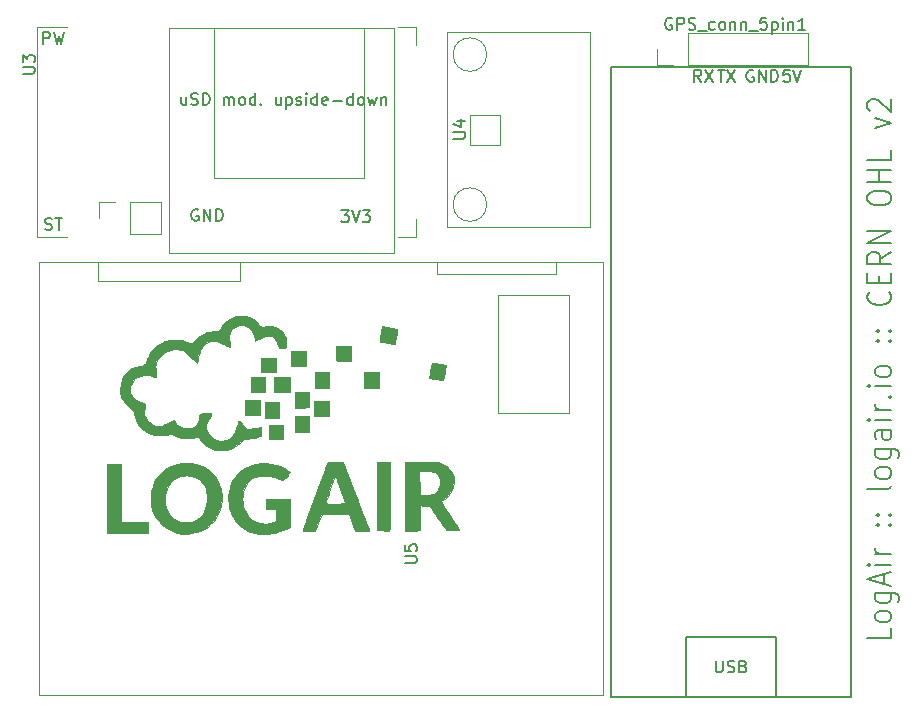
<source format=gto>
G04 #@! TF.GenerationSoftware,KiCad,Pcbnew,5.1.6-c6e7f7d~86~ubuntu19.10.1*
G04 #@! TF.CreationDate,2020-10-06T14:20:37+02:00*
G04 #@! TF.ProjectId,logair_diy,6c6f6761-6972-45f6-9469-792e6b696361,rev?*
G04 #@! TF.SameCoordinates,Original*
G04 #@! TF.FileFunction,Legend,Top*
G04 #@! TF.FilePolarity,Positive*
%FSLAX46Y46*%
G04 Gerber Fmt 4.6, Leading zero omitted, Abs format (unit mm)*
G04 Created by KiCad (PCBNEW 5.1.6-c6e7f7d~86~ubuntu19.10.1) date 2020-10-06 14:20:37*
%MOMM*%
%LPD*%
G01*
G04 APERTURE LIST*
%ADD10C,0.150000*%
%ADD11C,0.001000*%
%ADD12C,0.120000*%
G04 APERTURE END LIST*
D10*
X130111904Y-77802380D02*
X130730952Y-77802380D01*
X130397619Y-78183333D01*
X130540476Y-78183333D01*
X130635714Y-78230952D01*
X130683333Y-78278571D01*
X130730952Y-78373809D01*
X130730952Y-78611904D01*
X130683333Y-78707142D01*
X130635714Y-78754761D01*
X130540476Y-78802380D01*
X130254761Y-78802380D01*
X130159523Y-78754761D01*
X130111904Y-78707142D01*
X131016666Y-77802380D02*
X131350000Y-78802380D01*
X131683333Y-77802380D01*
X131921428Y-77802380D02*
X132540476Y-77802380D01*
X132207142Y-78183333D01*
X132350000Y-78183333D01*
X132445238Y-78230952D01*
X132492857Y-78278571D01*
X132540476Y-78373809D01*
X132540476Y-78611904D01*
X132492857Y-78707142D01*
X132445238Y-78754761D01*
X132350000Y-78802380D01*
X132064285Y-78802380D01*
X131969047Y-78754761D01*
X131921428Y-78707142D01*
X117988095Y-77750000D02*
X117892857Y-77702380D01*
X117750000Y-77702380D01*
X117607142Y-77750000D01*
X117511904Y-77845238D01*
X117464285Y-77940476D01*
X117416666Y-78130952D01*
X117416666Y-78273809D01*
X117464285Y-78464285D01*
X117511904Y-78559523D01*
X117607142Y-78654761D01*
X117750000Y-78702380D01*
X117845238Y-78702380D01*
X117988095Y-78654761D01*
X118035714Y-78607142D01*
X118035714Y-78273809D01*
X117845238Y-78273809D01*
X118464285Y-78702380D02*
X118464285Y-77702380D01*
X119035714Y-78702380D01*
X119035714Y-77702380D01*
X119511904Y-78702380D02*
X119511904Y-77702380D01*
X119750000Y-77702380D01*
X119892857Y-77750000D01*
X119988095Y-77845238D01*
X120035714Y-77940476D01*
X120083333Y-78130952D01*
X120083333Y-78273809D01*
X120035714Y-78464285D01*
X119988095Y-78559523D01*
X119892857Y-78654761D01*
X119750000Y-78702380D01*
X119511904Y-78702380D01*
X168059523Y-65902380D02*
X167583333Y-65902380D01*
X167535714Y-66378571D01*
X167583333Y-66330952D01*
X167678571Y-66283333D01*
X167916666Y-66283333D01*
X168011904Y-66330952D01*
X168059523Y-66378571D01*
X168107142Y-66473809D01*
X168107142Y-66711904D01*
X168059523Y-66807142D01*
X168011904Y-66854761D01*
X167916666Y-66902380D01*
X167678571Y-66902380D01*
X167583333Y-66854761D01*
X167535714Y-66807142D01*
X168392857Y-65902380D02*
X168726190Y-66902380D01*
X169059523Y-65902380D01*
X164988095Y-65950000D02*
X164892857Y-65902380D01*
X164750000Y-65902380D01*
X164607142Y-65950000D01*
X164511904Y-66045238D01*
X164464285Y-66140476D01*
X164416666Y-66330952D01*
X164416666Y-66473809D01*
X164464285Y-66664285D01*
X164511904Y-66759523D01*
X164607142Y-66854761D01*
X164750000Y-66902380D01*
X164845238Y-66902380D01*
X164988095Y-66854761D01*
X165035714Y-66807142D01*
X165035714Y-66473809D01*
X164845238Y-66473809D01*
X165464285Y-66902380D02*
X165464285Y-65902380D01*
X166035714Y-66902380D01*
X166035714Y-65902380D01*
X166511904Y-66902380D02*
X166511904Y-65902380D01*
X166750000Y-65902380D01*
X166892857Y-65950000D01*
X166988095Y-66045238D01*
X167035714Y-66140476D01*
X167083333Y-66330952D01*
X167083333Y-66473809D01*
X167035714Y-66664285D01*
X166988095Y-66759523D01*
X166892857Y-66854761D01*
X166750000Y-66902380D01*
X166511904Y-66902380D01*
X161988095Y-65902380D02*
X162559523Y-65902380D01*
X162273809Y-66902380D02*
X162273809Y-65902380D01*
X162797619Y-65902380D02*
X163464285Y-66902380D01*
X163464285Y-65902380D02*
X162797619Y-66902380D01*
X160583333Y-66902380D02*
X160250000Y-66426190D01*
X160011904Y-66902380D02*
X160011904Y-65902380D01*
X160392857Y-65902380D01*
X160488095Y-65950000D01*
X160535714Y-65997619D01*
X160583333Y-66092857D01*
X160583333Y-66235714D01*
X160535714Y-66330952D01*
X160488095Y-66378571D01*
X160392857Y-66426190D01*
X160011904Y-66426190D01*
X160916666Y-65902380D02*
X161583333Y-66902380D01*
X161583333Y-65902380D02*
X160916666Y-66902380D01*
X176654761Y-113192857D02*
X176654761Y-114050000D01*
X174654761Y-114050000D01*
X176654761Y-112335714D02*
X176559523Y-112507142D01*
X176464285Y-112592857D01*
X176273809Y-112678571D01*
X175702380Y-112678571D01*
X175511904Y-112592857D01*
X175416666Y-112507142D01*
X175321428Y-112335714D01*
X175321428Y-112078571D01*
X175416666Y-111907142D01*
X175511904Y-111821428D01*
X175702380Y-111735714D01*
X176273809Y-111735714D01*
X176464285Y-111821428D01*
X176559523Y-111907142D01*
X176654761Y-112078571D01*
X176654761Y-112335714D01*
X175321428Y-110192857D02*
X176940476Y-110192857D01*
X177130952Y-110278571D01*
X177226190Y-110364285D01*
X177321428Y-110535714D01*
X177321428Y-110792857D01*
X177226190Y-110964285D01*
X176559523Y-110192857D02*
X176654761Y-110364285D01*
X176654761Y-110707142D01*
X176559523Y-110878571D01*
X176464285Y-110964285D01*
X176273809Y-111050000D01*
X175702380Y-111050000D01*
X175511904Y-110964285D01*
X175416666Y-110878571D01*
X175321428Y-110707142D01*
X175321428Y-110364285D01*
X175416666Y-110192857D01*
X176083333Y-109421428D02*
X176083333Y-108564285D01*
X176654761Y-109592857D02*
X174654761Y-108992857D01*
X176654761Y-108392857D01*
X176654761Y-107792857D02*
X175321428Y-107792857D01*
X174654761Y-107792857D02*
X174750000Y-107878571D01*
X174845238Y-107792857D01*
X174750000Y-107707142D01*
X174654761Y-107792857D01*
X174845238Y-107792857D01*
X176654761Y-106935714D02*
X175321428Y-106935714D01*
X175702380Y-106935714D02*
X175511904Y-106850000D01*
X175416666Y-106764285D01*
X175321428Y-106592857D01*
X175321428Y-106421428D01*
X176464285Y-104450000D02*
X176559523Y-104364285D01*
X176654761Y-104450000D01*
X176559523Y-104535714D01*
X176464285Y-104450000D01*
X176654761Y-104450000D01*
X175416666Y-104450000D02*
X175511904Y-104364285D01*
X175607142Y-104450000D01*
X175511904Y-104535714D01*
X175416666Y-104450000D01*
X175607142Y-104450000D01*
X176464285Y-103592857D02*
X176559523Y-103507142D01*
X176654761Y-103592857D01*
X176559523Y-103678571D01*
X176464285Y-103592857D01*
X176654761Y-103592857D01*
X175416666Y-103592857D02*
X175511904Y-103507142D01*
X175607142Y-103592857D01*
X175511904Y-103678571D01*
X175416666Y-103592857D01*
X175607142Y-103592857D01*
X176654761Y-101107142D02*
X176559523Y-101278571D01*
X176369047Y-101364285D01*
X174654761Y-101364285D01*
X176654761Y-100164285D02*
X176559523Y-100335714D01*
X176464285Y-100421428D01*
X176273809Y-100507142D01*
X175702380Y-100507142D01*
X175511904Y-100421428D01*
X175416666Y-100335714D01*
X175321428Y-100164285D01*
X175321428Y-99907142D01*
X175416666Y-99735714D01*
X175511904Y-99650000D01*
X175702380Y-99564285D01*
X176273809Y-99564285D01*
X176464285Y-99650000D01*
X176559523Y-99735714D01*
X176654761Y-99907142D01*
X176654761Y-100164285D01*
X175321428Y-98021428D02*
X176940476Y-98021428D01*
X177130952Y-98107142D01*
X177226190Y-98192857D01*
X177321428Y-98364285D01*
X177321428Y-98621428D01*
X177226190Y-98792857D01*
X176559523Y-98021428D02*
X176654761Y-98192857D01*
X176654761Y-98535714D01*
X176559523Y-98707142D01*
X176464285Y-98792857D01*
X176273809Y-98878571D01*
X175702380Y-98878571D01*
X175511904Y-98792857D01*
X175416666Y-98707142D01*
X175321428Y-98535714D01*
X175321428Y-98192857D01*
X175416666Y-98021428D01*
X176654761Y-96392857D02*
X175607142Y-96392857D01*
X175416666Y-96478571D01*
X175321428Y-96650000D01*
X175321428Y-96992857D01*
X175416666Y-97164285D01*
X176559523Y-96392857D02*
X176654761Y-96564285D01*
X176654761Y-96992857D01*
X176559523Y-97164285D01*
X176369047Y-97250000D01*
X176178571Y-97250000D01*
X175988095Y-97164285D01*
X175892857Y-96992857D01*
X175892857Y-96564285D01*
X175797619Y-96392857D01*
X176654761Y-95535714D02*
X175321428Y-95535714D01*
X174654761Y-95535714D02*
X174750000Y-95621428D01*
X174845238Y-95535714D01*
X174750000Y-95450000D01*
X174654761Y-95535714D01*
X174845238Y-95535714D01*
X176654761Y-94678571D02*
X175321428Y-94678571D01*
X175702380Y-94678571D02*
X175511904Y-94592857D01*
X175416666Y-94507142D01*
X175321428Y-94335714D01*
X175321428Y-94164285D01*
X176464285Y-93564285D02*
X176559523Y-93478571D01*
X176654761Y-93564285D01*
X176559523Y-93650000D01*
X176464285Y-93564285D01*
X176654761Y-93564285D01*
X176654761Y-92707142D02*
X175321428Y-92707142D01*
X174654761Y-92707142D02*
X174750000Y-92792857D01*
X174845238Y-92707142D01*
X174750000Y-92621428D01*
X174654761Y-92707142D01*
X174845238Y-92707142D01*
X176654761Y-91592857D02*
X176559523Y-91764285D01*
X176464285Y-91850000D01*
X176273809Y-91935714D01*
X175702380Y-91935714D01*
X175511904Y-91850000D01*
X175416666Y-91764285D01*
X175321428Y-91592857D01*
X175321428Y-91335714D01*
X175416666Y-91164285D01*
X175511904Y-91078571D01*
X175702380Y-90992857D01*
X176273809Y-90992857D01*
X176464285Y-91078571D01*
X176559523Y-91164285D01*
X176654761Y-91335714D01*
X176654761Y-91592857D01*
X176464285Y-88850000D02*
X176559523Y-88764285D01*
X176654761Y-88850000D01*
X176559523Y-88935714D01*
X176464285Y-88850000D01*
X176654761Y-88850000D01*
X175416666Y-88850000D02*
X175511904Y-88764285D01*
X175607142Y-88850000D01*
X175511904Y-88935714D01*
X175416666Y-88850000D01*
X175607142Y-88850000D01*
X176464285Y-87992857D02*
X176559523Y-87907142D01*
X176654761Y-87992857D01*
X176559523Y-88078571D01*
X176464285Y-87992857D01*
X176654761Y-87992857D01*
X175416666Y-87992857D02*
X175511904Y-87907142D01*
X175607142Y-87992857D01*
X175511904Y-88078571D01*
X175416666Y-87992857D01*
X175607142Y-87992857D01*
X176464285Y-84735714D02*
X176559523Y-84821428D01*
X176654761Y-85078571D01*
X176654761Y-85250000D01*
X176559523Y-85507142D01*
X176369047Y-85678571D01*
X176178571Y-85764285D01*
X175797619Y-85850000D01*
X175511904Y-85850000D01*
X175130952Y-85764285D01*
X174940476Y-85678571D01*
X174750000Y-85507142D01*
X174654761Y-85250000D01*
X174654761Y-85078571D01*
X174750000Y-84821428D01*
X174845238Y-84735714D01*
X175607142Y-83964285D02*
X175607142Y-83364285D01*
X176654761Y-83107142D02*
X176654761Y-83964285D01*
X174654761Y-83964285D01*
X174654761Y-83107142D01*
X176654761Y-81307142D02*
X175702380Y-81907142D01*
X176654761Y-82335714D02*
X174654761Y-82335714D01*
X174654761Y-81650000D01*
X174750000Y-81478571D01*
X174845238Y-81392857D01*
X175035714Y-81307142D01*
X175321428Y-81307142D01*
X175511904Y-81392857D01*
X175607142Y-81478571D01*
X175702380Y-81650000D01*
X175702380Y-82335714D01*
X176654761Y-80535714D02*
X174654761Y-80535714D01*
X176654761Y-79507142D01*
X174654761Y-79507142D01*
X174654761Y-76935714D02*
X174654761Y-76592857D01*
X174750000Y-76421428D01*
X174940476Y-76250000D01*
X175321428Y-76164285D01*
X175988095Y-76164285D01*
X176369047Y-76250000D01*
X176559523Y-76421428D01*
X176654761Y-76592857D01*
X176654761Y-76935714D01*
X176559523Y-77107142D01*
X176369047Y-77278571D01*
X175988095Y-77364285D01*
X175321428Y-77364285D01*
X174940476Y-77278571D01*
X174750000Y-77107142D01*
X174654761Y-76935714D01*
X176654761Y-75392857D02*
X174654761Y-75392857D01*
X175607142Y-75392857D02*
X175607142Y-74364285D01*
X176654761Y-74364285D02*
X174654761Y-74364285D01*
X176654761Y-72650000D02*
X176654761Y-73507142D01*
X174654761Y-73507142D01*
X175321428Y-70850000D02*
X176654761Y-70421428D01*
X175321428Y-69992857D01*
X174845238Y-69392857D02*
X174750000Y-69307142D01*
X174654761Y-69135714D01*
X174654761Y-68707142D01*
X174750000Y-68535714D01*
X174845238Y-68450000D01*
X175035714Y-68364285D01*
X175226190Y-68364285D01*
X175511904Y-68450000D01*
X176654761Y-69478571D01*
X176654761Y-68364285D01*
D11*
G04 #@! TO.C,G\u002A\u002A\u002A*
G36*
X117360774Y-99217783D02*
G01*
X117726616Y-99267067D01*
X118070602Y-99349989D01*
X118298632Y-99430528D01*
X118633308Y-99595343D01*
X118934822Y-99801261D01*
X119201551Y-100046206D01*
X119431874Y-100328102D01*
X119624172Y-100644871D01*
X119776822Y-100994438D01*
X119888205Y-101374727D01*
X119914491Y-101500583D01*
X119970329Y-101922470D01*
X119976708Y-102333035D01*
X119934683Y-102729362D01*
X119845311Y-103108530D01*
X119709648Y-103467623D01*
X119528750Y-103803722D01*
X119303674Y-104113909D01*
X119035475Y-104395265D01*
X118794752Y-104594526D01*
X118489373Y-104790258D01*
X118152024Y-104948983D01*
X117791373Y-105068452D01*
X117416087Y-105146413D01*
X117034833Y-105180618D01*
X116656278Y-105168815D01*
X116603645Y-105163324D01*
X116208340Y-105093524D01*
X115833529Y-104977271D01*
X115483246Y-104816379D01*
X115161524Y-104612660D01*
X114906805Y-104400876D01*
X114643185Y-104121400D01*
X114426131Y-103821245D01*
X114253143Y-103495777D01*
X114121722Y-103140360D01*
X114036028Y-102786386D01*
X114012920Y-102616434D01*
X113999176Y-102410980D01*
X113994988Y-102196421D01*
X115185133Y-102196421D01*
X115193612Y-102472114D01*
X115221823Y-102712329D01*
X115272975Y-102932444D01*
X115350277Y-103147836D01*
X115412129Y-103284483D01*
X115559767Y-103530729D01*
X115745337Y-103743305D01*
X115963427Y-103919858D01*
X116208624Y-104058034D01*
X116475517Y-104155480D01*
X116758693Y-104209842D01*
X117052739Y-104218766D01*
X117352243Y-104179899D01*
X117429684Y-104161842D01*
X117529551Y-104130390D01*
X117654196Y-104082674D01*
X117781152Y-104027480D01*
X117817368Y-104010272D01*
X118025377Y-103885853D01*
X118216548Y-103727243D01*
X118378838Y-103546087D01*
X118500203Y-103354031D01*
X118504125Y-103346105D01*
X118609681Y-103081492D01*
X118686419Y-102784373D01*
X118732206Y-102468581D01*
X118744909Y-102147948D01*
X118728850Y-101888504D01*
X118685625Y-101604939D01*
X118621969Y-101361866D01*
X118533155Y-101148660D01*
X118414457Y-100954696D01*
X118261150Y-100769350D01*
X118205168Y-100711288D01*
X118027684Y-100548446D01*
X117854373Y-100425500D01*
X117674093Y-100338080D01*
X117475704Y-100281818D01*
X117248063Y-100252345D01*
X117016330Y-100245096D01*
X116733802Y-100255155D01*
X116492621Y-100286609D01*
X116283855Y-100342645D01*
X116098573Y-100426448D01*
X115927842Y-100541207D01*
X115762731Y-100690108D01*
X115759290Y-100693592D01*
X115654825Y-100804883D01*
X115574367Y-100906067D01*
X115504575Y-101016257D01*
X115432112Y-101154563D01*
X115419325Y-101180688D01*
X115332188Y-101367541D01*
X115269343Y-101525472D01*
X115227003Y-101670908D01*
X115201379Y-101820276D01*
X115188685Y-101990003D01*
X115185133Y-102196421D01*
X113994988Y-102196421D01*
X113994807Y-102187169D01*
X113999820Y-101962147D01*
X114014226Y-101753062D01*
X114035387Y-101591777D01*
X114128865Y-101196420D01*
X114265393Y-100830949D01*
X114443449Y-100497170D01*
X114661514Y-100196887D01*
X114918065Y-99931906D01*
X115211580Y-99704033D01*
X115540540Y-99515072D01*
X115903422Y-99366828D01*
X115913103Y-99363597D01*
X116249241Y-99275044D01*
X116610373Y-99221443D01*
X116984789Y-99202465D01*
X117360774Y-99217783D01*
G37*
X117360774Y-99217783D02*
X117726616Y-99267067D01*
X118070602Y-99349989D01*
X118298632Y-99430528D01*
X118633308Y-99595343D01*
X118934822Y-99801261D01*
X119201551Y-100046206D01*
X119431874Y-100328102D01*
X119624172Y-100644871D01*
X119776822Y-100994438D01*
X119888205Y-101374727D01*
X119914491Y-101500583D01*
X119970329Y-101922470D01*
X119976708Y-102333035D01*
X119934683Y-102729362D01*
X119845311Y-103108530D01*
X119709648Y-103467623D01*
X119528750Y-103803722D01*
X119303674Y-104113909D01*
X119035475Y-104395265D01*
X118794752Y-104594526D01*
X118489373Y-104790258D01*
X118152024Y-104948983D01*
X117791373Y-105068452D01*
X117416087Y-105146413D01*
X117034833Y-105180618D01*
X116656278Y-105168815D01*
X116603645Y-105163324D01*
X116208340Y-105093524D01*
X115833529Y-104977271D01*
X115483246Y-104816379D01*
X115161524Y-104612660D01*
X114906805Y-104400876D01*
X114643185Y-104121400D01*
X114426131Y-103821245D01*
X114253143Y-103495777D01*
X114121722Y-103140360D01*
X114036028Y-102786386D01*
X114012920Y-102616434D01*
X113999176Y-102410980D01*
X113994988Y-102196421D01*
X115185133Y-102196421D01*
X115193612Y-102472114D01*
X115221823Y-102712329D01*
X115272975Y-102932444D01*
X115350277Y-103147836D01*
X115412129Y-103284483D01*
X115559767Y-103530729D01*
X115745337Y-103743305D01*
X115963427Y-103919858D01*
X116208624Y-104058034D01*
X116475517Y-104155480D01*
X116758693Y-104209842D01*
X117052739Y-104218766D01*
X117352243Y-104179899D01*
X117429684Y-104161842D01*
X117529551Y-104130390D01*
X117654196Y-104082674D01*
X117781152Y-104027480D01*
X117817368Y-104010272D01*
X118025377Y-103885853D01*
X118216548Y-103727243D01*
X118378838Y-103546087D01*
X118500203Y-103354031D01*
X118504125Y-103346105D01*
X118609681Y-103081492D01*
X118686419Y-102784373D01*
X118732206Y-102468581D01*
X118744909Y-102147948D01*
X118728850Y-101888504D01*
X118685625Y-101604939D01*
X118621969Y-101361866D01*
X118533155Y-101148660D01*
X118414457Y-100954696D01*
X118261150Y-100769350D01*
X118205168Y-100711288D01*
X118027684Y-100548446D01*
X117854373Y-100425500D01*
X117674093Y-100338080D01*
X117475704Y-100281818D01*
X117248063Y-100252345D01*
X117016330Y-100245096D01*
X116733802Y-100255155D01*
X116492621Y-100286609D01*
X116283855Y-100342645D01*
X116098573Y-100426448D01*
X115927842Y-100541207D01*
X115762731Y-100690108D01*
X115759290Y-100693592D01*
X115654825Y-100804883D01*
X115574367Y-100906067D01*
X115504575Y-101016257D01*
X115432112Y-101154563D01*
X115419325Y-101180688D01*
X115332188Y-101367541D01*
X115269343Y-101525472D01*
X115227003Y-101670908D01*
X115201379Y-101820276D01*
X115188685Y-101990003D01*
X115185133Y-102196421D01*
X113994988Y-102196421D01*
X113994807Y-102187169D01*
X113999820Y-101962147D01*
X114014226Y-101753062D01*
X114035387Y-101591777D01*
X114128865Y-101196420D01*
X114265393Y-100830949D01*
X114443449Y-100497170D01*
X114661514Y-100196887D01*
X114918065Y-99931906D01*
X115211580Y-99704033D01*
X115540540Y-99515072D01*
X115903422Y-99366828D01*
X115913103Y-99363597D01*
X116249241Y-99275044D01*
X116610373Y-99221443D01*
X116984789Y-99202465D01*
X117360774Y-99217783D01*
G36*
X124137841Y-99248062D02*
G01*
X124554986Y-99339652D01*
X124981858Y-99482331D01*
X125023076Y-99498544D01*
X125139608Y-99550745D01*
X125265748Y-99616807D01*
X125392545Y-99690856D01*
X125511051Y-99767022D01*
X125612317Y-99839431D01*
X125687393Y-99902212D01*
X125727331Y-99949493D01*
X125731474Y-99963362D01*
X125717162Y-99998101D01*
X125678887Y-100064648D01*
X125623635Y-100151205D01*
X125595410Y-100193081D01*
X125473634Y-100362602D01*
X125367234Y-100486900D01*
X125267860Y-100568678D01*
X125167165Y-100610635D01*
X125056798Y-100615473D01*
X124928411Y-100585893D01*
X124773655Y-100524595D01*
X124690138Y-100485931D01*
X124512762Y-100406034D01*
X124353779Y-100346634D01*
X124199580Y-100304984D01*
X124036551Y-100278336D01*
X123851081Y-100263944D01*
X123629558Y-100259059D01*
X123565789Y-100259005D01*
X123290153Y-100266889D01*
X123057690Y-100291129D01*
X122859816Y-100334652D01*
X122687942Y-100400390D01*
X122533483Y-100491269D01*
X122387852Y-100610221D01*
X122309445Y-100687590D01*
X122157217Y-100877842D01*
X122022485Y-101108751D01*
X121909334Y-101369207D01*
X121821848Y-101648103D01*
X121764111Y-101934330D01*
X121740208Y-102216779D01*
X121739903Y-102236526D01*
X121758912Y-102572826D01*
X121824740Y-102887135D01*
X121939546Y-103186862D01*
X122098410Y-103468637D01*
X122286134Y-103723813D01*
X122485826Y-103929448D01*
X122702811Y-104089062D01*
X122942415Y-104206174D01*
X123209963Y-104284303D01*
X123375511Y-104312544D01*
X123565425Y-104326396D01*
X123770691Y-104321871D01*
X123978349Y-104300909D01*
X124175439Y-104265453D01*
X124349001Y-104217443D01*
X124486077Y-104158822D01*
X124514378Y-104141928D01*
X124607864Y-104081368D01*
X124608526Y-103078737D01*
X123752947Y-103078737D01*
X123752947Y-102258477D01*
X124454789Y-102240872D01*
X124662403Y-102235950D01*
X124869674Y-102231555D01*
X125065247Y-102227888D01*
X125237764Y-102225152D01*
X125375869Y-102223550D01*
X125444053Y-102223213D01*
X125731474Y-102223158D01*
X125731474Y-104602066D01*
X125617842Y-104673945D01*
X125416280Y-104785818D01*
X125176395Y-104893197D01*
X124913321Y-104990287D01*
X124642194Y-105071291D01*
X124477062Y-105110814D01*
X124336508Y-105133800D01*
X124155904Y-105152583D01*
X123948546Y-105166616D01*
X123727734Y-105175349D01*
X123506764Y-105178236D01*
X123298934Y-105174730D01*
X123138000Y-105165961D01*
X122773453Y-105111159D01*
X122419422Y-105006732D01*
X122081355Y-104856288D01*
X121764697Y-104663436D01*
X121474894Y-104431782D01*
X121217392Y-104164936D01*
X120997638Y-103866504D01*
X120886479Y-103674375D01*
X120737134Y-103344851D01*
X120632225Y-103008346D01*
X120569849Y-102655924D01*
X120548100Y-102278653D01*
X120550963Y-102101015D01*
X120588789Y-101675804D01*
X120669467Y-101279082D01*
X120791883Y-100912423D01*
X120954922Y-100577403D01*
X121157472Y-100275599D01*
X121398416Y-100008585D01*
X121676641Y-99777936D01*
X121991032Y-99585228D01*
X122340475Y-99432037D01*
X122469661Y-99388422D01*
X122896332Y-99277742D01*
X123313357Y-99217316D01*
X123725579Y-99207354D01*
X124137841Y-99248062D01*
G37*
X124137841Y-99248062D02*
X124554986Y-99339652D01*
X124981858Y-99482331D01*
X125023076Y-99498544D01*
X125139608Y-99550745D01*
X125265748Y-99616807D01*
X125392545Y-99690856D01*
X125511051Y-99767022D01*
X125612317Y-99839431D01*
X125687393Y-99902212D01*
X125727331Y-99949493D01*
X125731474Y-99963362D01*
X125717162Y-99998101D01*
X125678887Y-100064648D01*
X125623635Y-100151205D01*
X125595410Y-100193081D01*
X125473634Y-100362602D01*
X125367234Y-100486900D01*
X125267860Y-100568678D01*
X125167165Y-100610635D01*
X125056798Y-100615473D01*
X124928411Y-100585893D01*
X124773655Y-100524595D01*
X124690138Y-100485931D01*
X124512762Y-100406034D01*
X124353779Y-100346634D01*
X124199580Y-100304984D01*
X124036551Y-100278336D01*
X123851081Y-100263944D01*
X123629558Y-100259059D01*
X123565789Y-100259005D01*
X123290153Y-100266889D01*
X123057690Y-100291129D01*
X122859816Y-100334652D01*
X122687942Y-100400390D01*
X122533483Y-100491269D01*
X122387852Y-100610221D01*
X122309445Y-100687590D01*
X122157217Y-100877842D01*
X122022485Y-101108751D01*
X121909334Y-101369207D01*
X121821848Y-101648103D01*
X121764111Y-101934330D01*
X121740208Y-102216779D01*
X121739903Y-102236526D01*
X121758912Y-102572826D01*
X121824740Y-102887135D01*
X121939546Y-103186862D01*
X122098410Y-103468637D01*
X122286134Y-103723813D01*
X122485826Y-103929448D01*
X122702811Y-104089062D01*
X122942415Y-104206174D01*
X123209963Y-104284303D01*
X123375511Y-104312544D01*
X123565425Y-104326396D01*
X123770691Y-104321871D01*
X123978349Y-104300909D01*
X124175439Y-104265453D01*
X124349001Y-104217443D01*
X124486077Y-104158822D01*
X124514378Y-104141928D01*
X124607864Y-104081368D01*
X124608526Y-103078737D01*
X123752947Y-103078737D01*
X123752947Y-102258477D01*
X124454789Y-102240872D01*
X124662403Y-102235950D01*
X124869674Y-102231555D01*
X125065247Y-102227888D01*
X125237764Y-102225152D01*
X125375869Y-102223550D01*
X125444053Y-102223213D01*
X125731474Y-102223158D01*
X125731474Y-104602066D01*
X125617842Y-104673945D01*
X125416280Y-104785818D01*
X125176395Y-104893197D01*
X124913321Y-104990287D01*
X124642194Y-105071291D01*
X124477062Y-105110814D01*
X124336508Y-105133800D01*
X124155904Y-105152583D01*
X123948546Y-105166616D01*
X123727734Y-105175349D01*
X123506764Y-105178236D01*
X123298934Y-105174730D01*
X123138000Y-105165961D01*
X122773453Y-105111159D01*
X122419422Y-105006732D01*
X122081355Y-104856288D01*
X121764697Y-104663436D01*
X121474894Y-104431782D01*
X121217392Y-104164936D01*
X120997638Y-103866504D01*
X120886479Y-103674375D01*
X120737134Y-103344851D01*
X120632225Y-103008346D01*
X120569849Y-102655924D01*
X120548100Y-102278653D01*
X120550963Y-102101015D01*
X120588789Y-101675804D01*
X120669467Y-101279082D01*
X120791883Y-100912423D01*
X120954922Y-100577403D01*
X121157472Y-100275599D01*
X121398416Y-100008585D01*
X121676641Y-99777936D01*
X121991032Y-99585228D01*
X122340475Y-99432037D01*
X122469661Y-99388422D01*
X122896332Y-99277742D01*
X123313357Y-99217316D01*
X123725579Y-99207354D01*
X124137841Y-99248062D01*
G36*
X111427263Y-104228421D02*
G01*
X113726631Y-104228421D01*
X113726631Y-105137474D01*
X110277579Y-105137474D01*
X110277579Y-99308842D01*
X111427263Y-99308842D01*
X111427263Y-104228421D01*
G37*
X111427263Y-104228421D02*
X113726631Y-104228421D01*
X113726631Y-105137474D01*
X110277579Y-105137474D01*
X110277579Y-99308842D01*
X111427263Y-99308842D01*
X111427263Y-104228421D01*
G36*
X131358264Y-101989211D02*
G01*
X131503408Y-102365499D01*
X131643285Y-102728108D01*
X131776681Y-103073889D01*
X131902380Y-103399693D01*
X132019167Y-103702370D01*
X132125826Y-103978771D01*
X132221141Y-104225746D01*
X132303898Y-104440147D01*
X132372882Y-104618824D01*
X132426876Y-104758627D01*
X132464666Y-104856409D01*
X132485036Y-104909019D01*
X132488307Y-104917395D01*
X132482654Y-104928442D01*
X132452055Y-104936612D01*
X132391266Y-104942135D01*
X132295041Y-104945243D01*
X132158136Y-104946164D01*
X131975305Y-104945131D01*
X131880260Y-104944132D01*
X131258520Y-104936947D01*
X131016927Y-104234825D01*
X130775334Y-103532702D01*
X129625018Y-103539667D01*
X128474701Y-103546632D01*
X128178673Y-104241789D01*
X127882645Y-104936947D01*
X127356333Y-104944193D01*
X126830020Y-104951438D01*
X126986715Y-104489667D01*
X127100207Y-104159390D01*
X127230748Y-103786821D01*
X127375624Y-103379356D01*
X127532117Y-102944387D01*
X127660762Y-102590427D01*
X128763057Y-102590427D01*
X128770834Y-102600779D01*
X128794089Y-102608776D01*
X128838147Y-102614721D01*
X128908331Y-102618916D01*
X129009964Y-102621660D01*
X129148370Y-102623256D01*
X129328871Y-102624005D01*
X129556791Y-102624209D01*
X129592087Y-102624211D01*
X129798568Y-102623601D01*
X129986822Y-102621874D01*
X130150476Y-102619180D01*
X130283160Y-102615670D01*
X130378502Y-102611496D01*
X130430130Y-102606808D01*
X130437592Y-102604158D01*
X130429007Y-102575649D01*
X130404239Y-102501790D01*
X130365039Y-102387608D01*
X130313159Y-102238131D01*
X130250348Y-102058385D01*
X130178359Y-101853397D01*
X130098942Y-101628195D01*
X130017685Y-101398626D01*
X129920203Y-101123954D01*
X129838891Y-100895814D01*
X129772143Y-100710306D01*
X129718350Y-100563530D01*
X129675906Y-100451584D01*
X129643206Y-100370568D01*
X129618641Y-100316583D01*
X129600605Y-100285727D01*
X129587491Y-100274100D01*
X129577693Y-100277802D01*
X129569603Y-100292933D01*
X129566098Y-100302415D01*
X129499608Y-100492234D01*
X129426534Y-100700614D01*
X129348894Y-100921818D01*
X129268708Y-101150110D01*
X129187993Y-101379752D01*
X129108770Y-101605009D01*
X129033056Y-101820145D01*
X128962872Y-102019421D01*
X128900235Y-102197102D01*
X128847165Y-102347451D01*
X128805681Y-102464732D01*
X128777801Y-102543207D01*
X128765545Y-102577141D01*
X128765436Y-102577421D01*
X128763057Y-102590427D01*
X127660762Y-102590427D01*
X127697512Y-102489312D01*
X127869094Y-102021523D01*
X128044147Y-101548417D01*
X128219954Y-101077387D01*
X128393800Y-100615829D01*
X128562970Y-100171137D01*
X128724747Y-99750707D01*
X128769117Y-99636368D01*
X128979649Y-99094947D01*
X130241914Y-99094947D01*
X131358264Y-101989211D01*
G37*
X131358264Y-101989211D02*
X131503408Y-102365499D01*
X131643285Y-102728108D01*
X131776681Y-103073889D01*
X131902380Y-103399693D01*
X132019167Y-103702370D01*
X132125826Y-103978771D01*
X132221141Y-104225746D01*
X132303898Y-104440147D01*
X132372882Y-104618824D01*
X132426876Y-104758627D01*
X132464666Y-104856409D01*
X132485036Y-104909019D01*
X132488307Y-104917395D01*
X132482654Y-104928442D01*
X132452055Y-104936612D01*
X132391266Y-104942135D01*
X132295041Y-104945243D01*
X132158136Y-104946164D01*
X131975305Y-104945131D01*
X131880260Y-104944132D01*
X131258520Y-104936947D01*
X131016927Y-104234825D01*
X130775334Y-103532702D01*
X129625018Y-103539667D01*
X128474701Y-103546632D01*
X128178673Y-104241789D01*
X127882645Y-104936947D01*
X127356333Y-104944193D01*
X126830020Y-104951438D01*
X126986715Y-104489667D01*
X127100207Y-104159390D01*
X127230748Y-103786821D01*
X127375624Y-103379356D01*
X127532117Y-102944387D01*
X127660762Y-102590427D01*
X128763057Y-102590427D01*
X128770834Y-102600779D01*
X128794089Y-102608776D01*
X128838147Y-102614721D01*
X128908331Y-102618916D01*
X129009964Y-102621660D01*
X129148370Y-102623256D01*
X129328871Y-102624005D01*
X129556791Y-102624209D01*
X129592087Y-102624211D01*
X129798568Y-102623601D01*
X129986822Y-102621874D01*
X130150476Y-102619180D01*
X130283160Y-102615670D01*
X130378502Y-102611496D01*
X130430130Y-102606808D01*
X130437592Y-102604158D01*
X130429007Y-102575649D01*
X130404239Y-102501790D01*
X130365039Y-102387608D01*
X130313159Y-102238131D01*
X130250348Y-102058385D01*
X130178359Y-101853397D01*
X130098942Y-101628195D01*
X130017685Y-101398626D01*
X129920203Y-101123954D01*
X129838891Y-100895814D01*
X129772143Y-100710306D01*
X129718350Y-100563530D01*
X129675906Y-100451584D01*
X129643206Y-100370568D01*
X129618641Y-100316583D01*
X129600605Y-100285727D01*
X129587491Y-100274100D01*
X129577693Y-100277802D01*
X129569603Y-100292933D01*
X129566098Y-100302415D01*
X129499608Y-100492234D01*
X129426534Y-100700614D01*
X129348894Y-100921818D01*
X129268708Y-101150110D01*
X129187993Y-101379752D01*
X129108770Y-101605009D01*
X129033056Y-101820145D01*
X128962872Y-102019421D01*
X128900235Y-102197102D01*
X128847165Y-102347451D01*
X128805681Y-102464732D01*
X128777801Y-102543207D01*
X128765545Y-102577141D01*
X128765436Y-102577421D01*
X128763057Y-102590427D01*
X127660762Y-102590427D01*
X127697512Y-102489312D01*
X127869094Y-102021523D01*
X128044147Y-101548417D01*
X128219954Y-101077387D01*
X128393800Y-100615829D01*
X128562970Y-100171137D01*
X128724747Y-99750707D01*
X128769117Y-99636368D01*
X128979649Y-99094947D01*
X130241914Y-99094947D01*
X131358264Y-101989211D01*
G36*
X133451737Y-99095108D02*
G01*
X133604783Y-99096784D01*
X133765311Y-99101173D01*
X133910400Y-99107531D01*
X133986474Y-99112439D01*
X134207053Y-99129610D01*
X134207053Y-102026594D01*
X134206941Y-102499020D01*
X134206585Y-102920484D01*
X134205958Y-103293498D01*
X134205029Y-103620572D01*
X134203770Y-103904218D01*
X134202151Y-104146949D01*
X134200144Y-104351274D01*
X134197719Y-104519705D01*
X134194848Y-104654755D01*
X134191501Y-104758933D01*
X134187650Y-104834752D01*
X134183265Y-104884723D01*
X134178317Y-104911358D01*
X134173632Y-104917521D01*
X134137358Y-104915205D01*
X134056631Y-104912413D01*
X133940467Y-104909383D01*
X133797883Y-104906349D01*
X133638895Y-104903563D01*
X133137579Y-104895662D01*
X133137579Y-99094947D01*
X133451737Y-99095108D01*
G37*
X133451737Y-99095108D02*
X133604783Y-99096784D01*
X133765311Y-99101173D01*
X133910400Y-99107531D01*
X133986474Y-99112439D01*
X134207053Y-99129610D01*
X134207053Y-102026594D01*
X134206941Y-102499020D01*
X134206585Y-102920484D01*
X134205958Y-103293498D01*
X134205029Y-103620572D01*
X134203770Y-103904218D01*
X134202151Y-104146949D01*
X134200144Y-104351274D01*
X134197719Y-104519705D01*
X134194848Y-104654755D01*
X134191501Y-104758933D01*
X134187650Y-104834752D01*
X134183265Y-104884723D01*
X134178317Y-104911358D01*
X134173632Y-104917521D01*
X134137358Y-104915205D01*
X134056631Y-104912413D01*
X133940467Y-104909383D01*
X133797883Y-104906349D01*
X133638895Y-104903563D01*
X133137579Y-104895662D01*
X133137579Y-99094947D01*
X133451737Y-99095108D01*
G36*
X136686895Y-99068368D02*
G01*
X137035201Y-99069244D01*
X137335429Y-99072209D01*
X137592957Y-99077924D01*
X137813161Y-99087049D01*
X138001419Y-99100245D01*
X138163106Y-99118172D01*
X138303602Y-99141492D01*
X138428282Y-99170863D01*
X138542524Y-99206948D01*
X138651704Y-99250406D01*
X138761199Y-99301899D01*
X138815930Y-99329915D01*
X139057214Y-99484836D01*
X139260226Y-99675753D01*
X139422467Y-99898915D01*
X139541436Y-100150572D01*
X139614634Y-100426972D01*
X139631524Y-100553647D01*
X139635572Y-100864622D01*
X139589207Y-101163820D01*
X139495020Y-101446553D01*
X139355599Y-101708130D01*
X139173534Y-101943862D01*
X138951415Y-102149058D01*
X138691832Y-102319029D01*
X138642406Y-102344975D01*
X138514434Y-102409823D01*
X138995655Y-103145309D01*
X139130458Y-103352063D01*
X139272297Y-103570892D01*
X139414101Y-103790799D01*
X139548802Y-104000791D01*
X139669331Y-104189871D01*
X139768618Y-104347043D01*
X139781942Y-104368305D01*
X139882862Y-104530489D01*
X139957674Y-104653510D01*
X140009277Y-104743127D01*
X140040575Y-104805096D01*
X140054469Y-104845175D01*
X140053861Y-104869122D01*
X140041652Y-104882695D01*
X140041293Y-104882910D01*
X139997309Y-104892447D01*
X139906036Y-104899223D01*
X139773596Y-104903015D01*
X139606114Y-104903602D01*
X139500947Y-104902473D01*
X139326614Y-104899537D01*
X139197890Y-104896166D01*
X139106914Y-104891386D01*
X139045825Y-104884228D01*
X139006762Y-104873719D01*
X138981861Y-104858888D01*
X138963264Y-104838763D01*
X138960920Y-104835734D01*
X138936552Y-104801805D01*
X138885164Y-104728640D01*
X138810086Y-104621031D01*
X138714645Y-104483770D01*
X138602171Y-104321647D01*
X138475992Y-104139456D01*
X138339438Y-103941986D01*
X138241805Y-103800632D01*
X138101739Y-103597774D01*
X137971220Y-103408804D01*
X137853342Y-103238196D01*
X137751200Y-103090427D01*
X137667888Y-102969973D01*
X137606501Y-102881310D01*
X137570133Y-102828913D01*
X137561162Y-102816136D01*
X137533479Y-102812189D01*
X137461722Y-102806981D01*
X137355258Y-102801059D01*
X137223456Y-102794972D01*
X137146614Y-102791869D01*
X136738992Y-102776203D01*
X136758422Y-103832558D01*
X136777852Y-104888913D01*
X136635452Y-104906013D01*
X136561075Y-104911707D01*
X136445476Y-104916626D01*
X136300904Y-104920426D01*
X136139609Y-104922762D01*
X136018474Y-104923347D01*
X135543895Y-104923579D01*
X135543895Y-100101517D01*
X136726289Y-100101517D01*
X136726505Y-100255971D01*
X136727938Y-100440026D01*
X136730577Y-100647717D01*
X136734410Y-100873080D01*
X136734960Y-100901560D01*
X136754693Y-101909890D01*
X137158610Y-101891624D01*
X137316954Y-101883162D01*
X137471914Y-101872585D01*
X137608321Y-101861080D01*
X137711007Y-101849832D01*
X137732989Y-101846683D01*
X137924401Y-101798177D01*
X138083828Y-101714325D01*
X138220778Y-101588758D01*
X138321282Y-101452846D01*
X138417275Y-101260259D01*
X138465236Y-101053556D01*
X138466479Y-100826217D01*
X138459757Y-100766239D01*
X138427180Y-100565248D01*
X138387416Y-100408006D01*
X138337165Y-100284930D01*
X138273128Y-100186437D01*
X138251315Y-100160892D01*
X138150338Y-100067479D01*
X138030887Y-99993899D01*
X137886543Y-99938396D01*
X137710885Y-99899214D01*
X137497492Y-99874598D01*
X137239945Y-99862790D01*
X137156702Y-99861517D01*
X137014499Y-99861266D01*
X136891654Y-99863183D01*
X136797896Y-99866950D01*
X136742957Y-99872248D01*
X136733052Y-99875404D01*
X136729551Y-99905269D01*
X136727301Y-99982628D01*
X136726289Y-100101517D01*
X135543895Y-100101517D01*
X135543895Y-99068211D01*
X136686895Y-99068368D01*
G37*
X136686895Y-99068368D02*
X137035201Y-99069244D01*
X137335429Y-99072209D01*
X137592957Y-99077924D01*
X137813161Y-99087049D01*
X138001419Y-99100245D01*
X138163106Y-99118172D01*
X138303602Y-99141492D01*
X138428282Y-99170863D01*
X138542524Y-99206948D01*
X138651704Y-99250406D01*
X138761199Y-99301899D01*
X138815930Y-99329915D01*
X139057214Y-99484836D01*
X139260226Y-99675753D01*
X139422467Y-99898915D01*
X139541436Y-100150572D01*
X139614634Y-100426972D01*
X139631524Y-100553647D01*
X139635572Y-100864622D01*
X139589207Y-101163820D01*
X139495020Y-101446553D01*
X139355599Y-101708130D01*
X139173534Y-101943862D01*
X138951415Y-102149058D01*
X138691832Y-102319029D01*
X138642406Y-102344975D01*
X138514434Y-102409823D01*
X138995655Y-103145309D01*
X139130458Y-103352063D01*
X139272297Y-103570892D01*
X139414101Y-103790799D01*
X139548802Y-104000791D01*
X139669331Y-104189871D01*
X139768618Y-104347043D01*
X139781942Y-104368305D01*
X139882862Y-104530489D01*
X139957674Y-104653510D01*
X140009277Y-104743127D01*
X140040575Y-104805096D01*
X140054469Y-104845175D01*
X140053861Y-104869122D01*
X140041652Y-104882695D01*
X140041293Y-104882910D01*
X139997309Y-104892447D01*
X139906036Y-104899223D01*
X139773596Y-104903015D01*
X139606114Y-104903602D01*
X139500947Y-104902473D01*
X139326614Y-104899537D01*
X139197890Y-104896166D01*
X139106914Y-104891386D01*
X139045825Y-104884228D01*
X139006762Y-104873719D01*
X138981861Y-104858888D01*
X138963264Y-104838763D01*
X138960920Y-104835734D01*
X138936552Y-104801805D01*
X138885164Y-104728640D01*
X138810086Y-104621031D01*
X138714645Y-104483770D01*
X138602171Y-104321647D01*
X138475992Y-104139456D01*
X138339438Y-103941986D01*
X138241805Y-103800632D01*
X138101739Y-103597774D01*
X137971220Y-103408804D01*
X137853342Y-103238196D01*
X137751200Y-103090427D01*
X137667888Y-102969973D01*
X137606501Y-102881310D01*
X137570133Y-102828913D01*
X137561162Y-102816136D01*
X137533479Y-102812189D01*
X137461722Y-102806981D01*
X137355258Y-102801059D01*
X137223456Y-102794972D01*
X137146614Y-102791869D01*
X136738992Y-102776203D01*
X136758422Y-103832558D01*
X136777852Y-104888913D01*
X136635452Y-104906013D01*
X136561075Y-104911707D01*
X136445476Y-104916626D01*
X136300904Y-104920426D01*
X136139609Y-104922762D01*
X136018474Y-104923347D01*
X135543895Y-104923579D01*
X135543895Y-100101517D01*
X136726289Y-100101517D01*
X136726505Y-100255971D01*
X136727938Y-100440026D01*
X136730577Y-100647717D01*
X136734410Y-100873080D01*
X136734960Y-100901560D01*
X136754693Y-101909890D01*
X137158610Y-101891624D01*
X137316954Y-101883162D01*
X137471914Y-101872585D01*
X137608321Y-101861080D01*
X137711007Y-101849832D01*
X137732989Y-101846683D01*
X137924401Y-101798177D01*
X138083828Y-101714325D01*
X138220778Y-101588758D01*
X138321282Y-101452846D01*
X138417275Y-101260259D01*
X138465236Y-101053556D01*
X138466479Y-100826217D01*
X138459757Y-100766239D01*
X138427180Y-100565248D01*
X138387416Y-100408006D01*
X138337165Y-100284930D01*
X138273128Y-100186437D01*
X138251315Y-100160892D01*
X138150338Y-100067479D01*
X138030887Y-99993899D01*
X137886543Y-99938396D01*
X137710885Y-99899214D01*
X137497492Y-99874598D01*
X137239945Y-99862790D01*
X137156702Y-99861517D01*
X137014499Y-99861266D01*
X136891654Y-99863183D01*
X136797896Y-99866950D01*
X136742957Y-99872248D01*
X136733052Y-99875404D01*
X136729551Y-99905269D01*
X136727301Y-99982628D01*
X136726289Y-100101517D01*
X135543895Y-100101517D01*
X135543895Y-99068211D01*
X136686895Y-99068368D01*
G36*
X121973344Y-86728184D02*
G01*
X122266167Y-86795389D01*
X122535306Y-86909162D01*
X122783497Y-87070886D01*
X123013473Y-87281943D01*
X123178049Y-87476575D01*
X123247858Y-87563872D01*
X123308062Y-87632148D01*
X123350042Y-87671965D01*
X123362295Y-87678316D01*
X123401802Y-87673068D01*
X123477565Y-87659273D01*
X123573613Y-87639849D01*
X123579168Y-87638675D01*
X123701376Y-87619062D01*
X123846914Y-87604741D01*
X123985692Y-87598617D01*
X123994646Y-87598570D01*
X124269623Y-87618986D01*
X124517936Y-87683259D01*
X124746219Y-87794153D01*
X124961107Y-87954434D01*
X125050267Y-88038450D01*
X125208010Y-88218839D01*
X125319781Y-88401411D01*
X125392239Y-88597793D01*
X125407532Y-88662211D01*
X125420877Y-88752704D01*
X125430111Y-88869403D01*
X125435168Y-88999212D01*
X125435980Y-89129038D01*
X125432481Y-89245787D01*
X125424603Y-89336364D01*
X125412281Y-89387678D01*
X125411242Y-89389474D01*
X125385634Y-89408816D01*
X125331830Y-89422525D01*
X125241609Y-89431877D01*
X125106749Y-89438149D01*
X125095207Y-89438512D01*
X124804480Y-89447445D01*
X124717429Y-89211249D01*
X124673770Y-89092665D01*
X124632317Y-88979861D01*
X124599918Y-88891477D01*
X124591380Y-88868105D01*
X124502224Y-88687499D01*
X124383177Y-88548806D01*
X124237199Y-88454277D01*
X124067250Y-88406162D01*
X123975955Y-88400210D01*
X123874062Y-88405950D01*
X123767220Y-88425073D01*
X123646827Y-88460437D01*
X123504282Y-88514897D01*
X123330984Y-88591310D01*
X123167393Y-88668732D01*
X123046957Y-88726257D01*
X122945365Y-88773565D01*
X122871435Y-88806643D01*
X122833985Y-88821478D01*
X122831160Y-88821744D01*
X122822995Y-88794559D01*
X122804574Y-88726615D01*
X122778857Y-88628970D01*
X122756205Y-88541518D01*
X122694329Y-88326908D01*
X122627622Y-88152968D01*
X122549814Y-88006909D01*
X122454632Y-87875946D01*
X122398304Y-87811847D01*
X122238463Y-87665293D01*
X122071201Y-87566965D01*
X121886102Y-87511701D01*
X121763549Y-87497155D01*
X121528996Y-87506428D01*
X121306104Y-87562030D01*
X121102432Y-87659841D01*
X120925542Y-87795740D01*
X120782994Y-87965606D01*
X120726860Y-88062189D01*
X120685917Y-88152638D01*
X120656697Y-88243695D01*
X120638374Y-88344720D01*
X120630123Y-88465072D01*
X120631117Y-88614108D01*
X120640533Y-88801187D01*
X120649847Y-88935148D01*
X120659917Y-89081417D01*
X120667159Y-89208108D01*
X120671167Y-89306026D01*
X120671533Y-89365974D01*
X120669551Y-89380309D01*
X120642635Y-89373312D01*
X120576747Y-89345787D01*
X120480490Y-89301615D01*
X120362471Y-89244677D01*
X120300052Y-89213668D01*
X120157536Y-89143682D01*
X120016023Y-89076747D01*
X119889776Y-89019447D01*
X119793056Y-88978362D01*
X119774400Y-88971108D01*
X119512771Y-88897359D01*
X119259241Y-88874716D01*
X119017509Y-88902086D01*
X118791274Y-88978378D01*
X118584235Y-89102498D01*
X118400090Y-89273354D01*
X118295031Y-89408075D01*
X118230677Y-89515633D01*
X118173108Y-89644048D01*
X118119765Y-89801051D01*
X118068089Y-89994374D01*
X118015520Y-90231746D01*
X118004679Y-90285158D01*
X117975243Y-90429430D01*
X117948754Y-90554400D01*
X117927204Y-90651045D01*
X117912585Y-90710342D01*
X117907632Y-90724717D01*
X117886403Y-90709951D01*
X117832619Y-90662244D01*
X117751486Y-90586511D01*
X117648212Y-90487672D01*
X117528005Y-90370643D01*
X117422371Y-90266460D01*
X117246619Y-90094325D01*
X117100034Y-89956821D01*
X116975676Y-89849132D01*
X116866606Y-89766446D01*
X116765885Y-89703948D01*
X116666572Y-89656826D01*
X116561728Y-89620265D01*
X116447380Y-89590149D01*
X116206816Y-89557444D01*
X115946535Y-89564326D01*
X115679701Y-89608214D01*
X115419477Y-89686523D01*
X115179026Y-89796673D01*
X115075764Y-89859255D01*
X114893541Y-90006880D01*
X114724314Y-90194395D01*
X114577450Y-90408338D01*
X114462312Y-90635247D01*
X114393396Y-90840069D01*
X114382470Y-90889611D01*
X114375571Y-90940012D01*
X114373029Y-90999338D01*
X114375170Y-91075652D01*
X114382323Y-91177019D01*
X114394814Y-91311504D01*
X114412972Y-91487170D01*
X114423800Y-91588524D01*
X114436016Y-91712028D01*
X114444191Y-91814797D01*
X114447597Y-91885962D01*
X114445613Y-91914563D01*
X114416875Y-91912535D01*
X114345939Y-91898876D01*
X114242298Y-91875647D01*
X114115445Y-91844906D01*
X114060101Y-91830909D01*
X113823049Y-91776334D01*
X113622887Y-91744968D01*
X113448538Y-91736387D01*
X113288924Y-91750167D01*
X113132969Y-91785882D01*
X113105263Y-91794345D01*
X112879178Y-91892436D01*
X112672038Y-92034263D01*
X112492818Y-92211464D01*
X112350495Y-92415681D01*
X112280628Y-92562489D01*
X112245833Y-92669396D01*
X112226168Y-92782279D01*
X112218293Y-92922248D01*
X112217806Y-92959404D01*
X112218673Y-93081037D01*
X112226200Y-93169185D01*
X112244524Y-93243778D01*
X112277779Y-93324744D01*
X112305631Y-93382665D01*
X112411205Y-93559883D01*
X112543903Y-93712651D01*
X112709656Y-93845397D01*
X112914398Y-93962550D01*
X113164059Y-94068537D01*
X113278789Y-94109121D01*
X113381021Y-94146690D01*
X113460591Y-94181812D01*
X113506197Y-94209199D01*
X113512737Y-94218568D01*
X113508339Y-94255827D01*
X113496398Y-94333921D01*
X113478788Y-94441049D01*
X113459540Y-94553135D01*
X113437722Y-94688434D01*
X113420183Y-94817369D01*
X113409013Y-94923299D01*
X113406066Y-94978908D01*
X113421897Y-95101200D01*
X113472241Y-95228767D01*
X113560548Y-95367537D01*
X113690266Y-95523438D01*
X113775119Y-95613129D01*
X113978404Y-95799501D01*
X114175870Y-95935146D01*
X114372091Y-96021793D01*
X114571638Y-96061168D01*
X114779083Y-96054999D01*
X114890502Y-96034618D01*
X115038384Y-95989933D01*
X115213903Y-95920017D01*
X115402001Y-95831834D01*
X115587622Y-95732351D01*
X115726113Y-95648078D01*
X115807712Y-95595713D01*
X115869798Y-95557072D01*
X115900757Y-95539359D01*
X115902083Y-95538947D01*
X115919646Y-95559413D01*
X115956844Y-95612357D01*
X115993205Y-95667282D01*
X116154858Y-95872723D01*
X116344038Y-96036227D01*
X116555611Y-96155342D01*
X116784444Y-96227619D01*
X117025405Y-96250606D01*
X117187878Y-96237693D01*
X117428853Y-96186186D01*
X117625246Y-96108799D01*
X117780452Y-96003260D01*
X117897871Y-95867299D01*
X117976629Y-95710246D01*
X118003137Y-95634973D01*
X118025195Y-95558865D01*
X118045444Y-95469867D01*
X118066525Y-95355921D01*
X118091077Y-95204971D01*
X118100332Y-95145359D01*
X118117149Y-95088404D01*
X118155586Y-95047068D01*
X118229816Y-95006796D01*
X118239539Y-95002363D01*
X118407934Y-94950389D01*
X118607535Y-94929195D01*
X118825112Y-94939807D01*
X118901265Y-94950917D01*
X118998715Y-94968672D01*
X119059039Y-94988057D01*
X119084493Y-95018176D01*
X119077336Y-95068131D01*
X119039824Y-95147024D01*
X118977479Y-95258210D01*
X118876425Y-95439992D01*
X118800876Y-95586532D01*
X118747098Y-95707362D01*
X118711354Y-95812011D01*
X118689912Y-95910009D01*
X118679035Y-96010887D01*
X118678390Y-96021397D01*
X118676219Y-96167482D01*
X118691365Y-96293296D01*
X118722833Y-96415490D01*
X118821689Y-96656240D01*
X118959285Y-96862528D01*
X119131480Y-97031837D01*
X119334128Y-97161647D01*
X119563087Y-97249440D01*
X119814212Y-97292698D01*
X120083361Y-97288902D01*
X120147074Y-97281152D01*
X120396477Y-97225057D01*
X120615513Y-97130592D01*
X120805702Y-96996024D01*
X120968563Y-96819615D01*
X121105614Y-96599630D01*
X121218376Y-96334334D01*
X121308367Y-96021990D01*
X121328535Y-95931375D01*
X121355469Y-95807850D01*
X121379797Y-95704330D01*
X121398870Y-95631568D01*
X121410038Y-95600317D01*
X121410124Y-95600227D01*
X121446437Y-95600141D01*
X121508472Y-95645892D01*
X121595562Y-95736812D01*
X121707038Y-95872231D01*
X121790249Y-95981108D01*
X121875828Y-96093178D01*
X121953437Y-96190328D01*
X122016049Y-96264082D01*
X122056636Y-96305967D01*
X122064205Y-96311460D01*
X122101073Y-96313862D01*
X122181884Y-96309313D01*
X122297712Y-96298887D01*
X122439631Y-96283655D01*
X122598717Y-96264691D01*
X122766042Y-96243069D01*
X122932682Y-96219859D01*
X123089710Y-96196136D01*
X123228202Y-96172973D01*
X123251631Y-96168733D01*
X123325158Y-96155232D01*
X123325158Y-96878748D01*
X123180197Y-96945113D01*
X123073404Y-96987983D01*
X122950810Y-97024633D01*
X122804194Y-97056708D01*
X122625336Y-97085854D01*
X122406016Y-97113716D01*
X122256859Y-97129955D01*
X121843613Y-97172893D01*
X121615175Y-97392894D01*
X121319822Y-97645782D01*
X121012753Y-97846689D01*
X120693397Y-97995935D01*
X120361183Y-98093837D01*
X120358022Y-98094510D01*
X120200753Y-98117156D01*
X120014244Y-98127657D01*
X119819796Y-98126067D01*
X119638710Y-98112442D01*
X119515158Y-98092334D01*
X119189363Y-97992501D01*
X118883331Y-97843099D01*
X118597442Y-97644394D01*
X118332070Y-97396650D01*
X118087594Y-97100134D01*
X118066894Y-97071436D01*
X117948934Y-96906135D01*
X117799251Y-96957634D01*
X117497501Y-97039287D01*
X117188659Y-97081486D01*
X116881392Y-97084903D01*
X116584366Y-97050207D01*
X116306249Y-96978070D01*
X116055706Y-96869162D01*
X115965574Y-96815727D01*
X115803668Y-96711082D01*
X115199624Y-96783025D01*
X114949537Y-96811131D01*
X114743332Y-96829810D01*
X114572217Y-96838850D01*
X114427400Y-96838042D01*
X114300089Y-96827172D01*
X114181492Y-96806030D01*
X114062817Y-96774404D01*
X113999409Y-96754162D01*
X113731555Y-96642111D01*
X113480516Y-96488290D01*
X113236779Y-96286872D01*
X113236715Y-96286812D01*
X113018272Y-96055644D01*
X112846615Y-95810854D01*
X112716596Y-95543152D01*
X112623066Y-95243255D01*
X112599805Y-95137994D01*
X112565876Y-94991172D01*
X112525697Y-94874748D01*
X112471035Y-94775727D01*
X112393655Y-94681111D01*
X112285324Y-94577904D01*
X112197068Y-94502280D01*
X111983392Y-94313409D01*
X111812110Y-94138087D01*
X111676838Y-93967947D01*
X111571194Y-93794620D01*
X111488796Y-93609741D01*
X111464835Y-93542449D01*
X111436677Y-93455193D01*
X111417761Y-93381930D01*
X111406787Y-93309189D01*
X111402456Y-93223499D01*
X111403469Y-93111389D01*
X111408527Y-92959389D01*
X111408547Y-92958842D01*
X111425930Y-92694529D01*
X111458707Y-92467107D01*
X111510361Y-92261335D01*
X111584377Y-92061974D01*
X111642277Y-91936427D01*
X111783541Y-91696799D01*
X111955906Y-91493020D01*
X112162616Y-91322878D01*
X112406920Y-91184158D01*
X112692063Y-91074648D01*
X113021293Y-90992134D01*
X113029875Y-90990445D01*
X113215521Y-90948450D01*
X113357096Y-90899423D01*
X113463990Y-90835082D01*
X113545592Y-90747149D01*
X113611291Y-90627342D01*
X113670476Y-90467382D01*
X113688614Y-90409511D01*
X113802585Y-90103667D01*
X113948910Y-89834302D01*
X114133875Y-89591209D01*
X114292796Y-89428314D01*
X114578608Y-89195894D01*
X114888991Y-89010636D01*
X115224804Y-88872155D01*
X115586907Y-88780061D01*
X115798977Y-88748885D01*
X115993099Y-88735422D01*
X116183543Y-88740807D01*
X116382260Y-88766725D01*
X116601197Y-88814865D01*
X116852303Y-88886913D01*
X116913049Y-88906139D01*
X117056160Y-88951948D01*
X117184460Y-88992794D01*
X117287906Y-89025496D01*
X117356455Y-89046874D01*
X117376526Y-89052906D01*
X117406114Y-89050470D01*
X117450891Y-89027009D01*
X117516087Y-88978529D01*
X117606935Y-88901037D01*
X117728667Y-88790540D01*
X117767804Y-88754254D01*
X117891253Y-88642357D01*
X118013748Y-88536526D01*
X118124936Y-88445343D01*
X118214462Y-88377391D01*
X118254666Y-88350624D01*
X118494928Y-88227069D01*
X118749748Y-88133154D01*
X119003748Y-88073551D01*
X119234421Y-88052941D01*
X119402849Y-88044294D01*
X119557262Y-88021554D01*
X119684381Y-87987360D01*
X119767353Y-87946969D01*
X119812941Y-87902732D01*
X119877617Y-87824756D01*
X119952196Y-87724688D01*
X120016230Y-87631390D01*
X120216402Y-87365287D01*
X120435396Y-87144399D01*
X120670207Y-86971534D01*
X120795835Y-86902400D01*
X121001490Y-86811657D01*
X121192205Y-86751919D01*
X121388800Y-86718425D01*
X121612094Y-86706414D01*
X121654105Y-86706167D01*
X121973344Y-86728184D01*
G37*
X121973344Y-86728184D02*
X122266167Y-86795389D01*
X122535306Y-86909162D01*
X122783497Y-87070886D01*
X123013473Y-87281943D01*
X123178049Y-87476575D01*
X123247858Y-87563872D01*
X123308062Y-87632148D01*
X123350042Y-87671965D01*
X123362295Y-87678316D01*
X123401802Y-87673068D01*
X123477565Y-87659273D01*
X123573613Y-87639849D01*
X123579168Y-87638675D01*
X123701376Y-87619062D01*
X123846914Y-87604741D01*
X123985692Y-87598617D01*
X123994646Y-87598570D01*
X124269623Y-87618986D01*
X124517936Y-87683259D01*
X124746219Y-87794153D01*
X124961107Y-87954434D01*
X125050267Y-88038450D01*
X125208010Y-88218839D01*
X125319781Y-88401411D01*
X125392239Y-88597793D01*
X125407532Y-88662211D01*
X125420877Y-88752704D01*
X125430111Y-88869403D01*
X125435168Y-88999212D01*
X125435980Y-89129038D01*
X125432481Y-89245787D01*
X125424603Y-89336364D01*
X125412281Y-89387678D01*
X125411242Y-89389474D01*
X125385634Y-89408816D01*
X125331830Y-89422525D01*
X125241609Y-89431877D01*
X125106749Y-89438149D01*
X125095207Y-89438512D01*
X124804480Y-89447445D01*
X124717429Y-89211249D01*
X124673770Y-89092665D01*
X124632317Y-88979861D01*
X124599918Y-88891477D01*
X124591380Y-88868105D01*
X124502224Y-88687499D01*
X124383177Y-88548806D01*
X124237199Y-88454277D01*
X124067250Y-88406162D01*
X123975955Y-88400210D01*
X123874062Y-88405950D01*
X123767220Y-88425073D01*
X123646827Y-88460437D01*
X123504282Y-88514897D01*
X123330984Y-88591310D01*
X123167393Y-88668732D01*
X123046957Y-88726257D01*
X122945365Y-88773565D01*
X122871435Y-88806643D01*
X122833985Y-88821478D01*
X122831160Y-88821744D01*
X122822995Y-88794559D01*
X122804574Y-88726615D01*
X122778857Y-88628970D01*
X122756205Y-88541518D01*
X122694329Y-88326908D01*
X122627622Y-88152968D01*
X122549814Y-88006909D01*
X122454632Y-87875946D01*
X122398304Y-87811847D01*
X122238463Y-87665293D01*
X122071201Y-87566965D01*
X121886102Y-87511701D01*
X121763549Y-87497155D01*
X121528996Y-87506428D01*
X121306104Y-87562030D01*
X121102432Y-87659841D01*
X120925542Y-87795740D01*
X120782994Y-87965606D01*
X120726860Y-88062189D01*
X120685917Y-88152638D01*
X120656697Y-88243695D01*
X120638374Y-88344720D01*
X120630123Y-88465072D01*
X120631117Y-88614108D01*
X120640533Y-88801187D01*
X120649847Y-88935148D01*
X120659917Y-89081417D01*
X120667159Y-89208108D01*
X120671167Y-89306026D01*
X120671533Y-89365974D01*
X120669551Y-89380309D01*
X120642635Y-89373312D01*
X120576747Y-89345787D01*
X120480490Y-89301615D01*
X120362471Y-89244677D01*
X120300052Y-89213668D01*
X120157536Y-89143682D01*
X120016023Y-89076747D01*
X119889776Y-89019447D01*
X119793056Y-88978362D01*
X119774400Y-88971108D01*
X119512771Y-88897359D01*
X119259241Y-88874716D01*
X119017509Y-88902086D01*
X118791274Y-88978378D01*
X118584235Y-89102498D01*
X118400090Y-89273354D01*
X118295031Y-89408075D01*
X118230677Y-89515633D01*
X118173108Y-89644048D01*
X118119765Y-89801051D01*
X118068089Y-89994374D01*
X118015520Y-90231746D01*
X118004679Y-90285158D01*
X117975243Y-90429430D01*
X117948754Y-90554400D01*
X117927204Y-90651045D01*
X117912585Y-90710342D01*
X117907632Y-90724717D01*
X117886403Y-90709951D01*
X117832619Y-90662244D01*
X117751486Y-90586511D01*
X117648212Y-90487672D01*
X117528005Y-90370643D01*
X117422371Y-90266460D01*
X117246619Y-90094325D01*
X117100034Y-89956821D01*
X116975676Y-89849132D01*
X116866606Y-89766446D01*
X116765885Y-89703948D01*
X116666572Y-89656826D01*
X116561728Y-89620265D01*
X116447380Y-89590149D01*
X116206816Y-89557444D01*
X115946535Y-89564326D01*
X115679701Y-89608214D01*
X115419477Y-89686523D01*
X115179026Y-89796673D01*
X115075764Y-89859255D01*
X114893541Y-90006880D01*
X114724314Y-90194395D01*
X114577450Y-90408338D01*
X114462312Y-90635247D01*
X114393396Y-90840069D01*
X114382470Y-90889611D01*
X114375571Y-90940012D01*
X114373029Y-90999338D01*
X114375170Y-91075652D01*
X114382323Y-91177019D01*
X114394814Y-91311504D01*
X114412972Y-91487170D01*
X114423800Y-91588524D01*
X114436016Y-91712028D01*
X114444191Y-91814797D01*
X114447597Y-91885962D01*
X114445613Y-91914563D01*
X114416875Y-91912535D01*
X114345939Y-91898876D01*
X114242298Y-91875647D01*
X114115445Y-91844906D01*
X114060101Y-91830909D01*
X113823049Y-91776334D01*
X113622887Y-91744968D01*
X113448538Y-91736387D01*
X113288924Y-91750167D01*
X113132969Y-91785882D01*
X113105263Y-91794345D01*
X112879178Y-91892436D01*
X112672038Y-92034263D01*
X112492818Y-92211464D01*
X112350495Y-92415681D01*
X112280628Y-92562489D01*
X112245833Y-92669396D01*
X112226168Y-92782279D01*
X112218293Y-92922248D01*
X112217806Y-92959404D01*
X112218673Y-93081037D01*
X112226200Y-93169185D01*
X112244524Y-93243778D01*
X112277779Y-93324744D01*
X112305631Y-93382665D01*
X112411205Y-93559883D01*
X112543903Y-93712651D01*
X112709656Y-93845397D01*
X112914398Y-93962550D01*
X113164059Y-94068537D01*
X113278789Y-94109121D01*
X113381021Y-94146690D01*
X113460591Y-94181812D01*
X113506197Y-94209199D01*
X113512737Y-94218568D01*
X113508339Y-94255827D01*
X113496398Y-94333921D01*
X113478788Y-94441049D01*
X113459540Y-94553135D01*
X113437722Y-94688434D01*
X113420183Y-94817369D01*
X113409013Y-94923299D01*
X113406066Y-94978908D01*
X113421897Y-95101200D01*
X113472241Y-95228767D01*
X113560548Y-95367537D01*
X113690266Y-95523438D01*
X113775119Y-95613129D01*
X113978404Y-95799501D01*
X114175870Y-95935146D01*
X114372091Y-96021793D01*
X114571638Y-96061168D01*
X114779083Y-96054999D01*
X114890502Y-96034618D01*
X115038384Y-95989933D01*
X115213903Y-95920017D01*
X115402001Y-95831834D01*
X115587622Y-95732351D01*
X115726113Y-95648078D01*
X115807712Y-95595713D01*
X115869798Y-95557072D01*
X115900757Y-95539359D01*
X115902083Y-95538947D01*
X115919646Y-95559413D01*
X115956844Y-95612357D01*
X115993205Y-95667282D01*
X116154858Y-95872723D01*
X116344038Y-96036227D01*
X116555611Y-96155342D01*
X116784444Y-96227619D01*
X117025405Y-96250606D01*
X117187878Y-96237693D01*
X117428853Y-96186186D01*
X117625246Y-96108799D01*
X117780452Y-96003260D01*
X117897871Y-95867299D01*
X117976629Y-95710246D01*
X118003137Y-95634973D01*
X118025195Y-95558865D01*
X118045444Y-95469867D01*
X118066525Y-95355921D01*
X118091077Y-95204971D01*
X118100332Y-95145359D01*
X118117149Y-95088404D01*
X118155586Y-95047068D01*
X118229816Y-95006796D01*
X118239539Y-95002363D01*
X118407934Y-94950389D01*
X118607535Y-94929195D01*
X118825112Y-94939807D01*
X118901265Y-94950917D01*
X118998715Y-94968672D01*
X119059039Y-94988057D01*
X119084493Y-95018176D01*
X119077336Y-95068131D01*
X119039824Y-95147024D01*
X118977479Y-95258210D01*
X118876425Y-95439992D01*
X118800876Y-95586532D01*
X118747098Y-95707362D01*
X118711354Y-95812011D01*
X118689912Y-95910009D01*
X118679035Y-96010887D01*
X118678390Y-96021397D01*
X118676219Y-96167482D01*
X118691365Y-96293296D01*
X118722833Y-96415490D01*
X118821689Y-96656240D01*
X118959285Y-96862528D01*
X119131480Y-97031837D01*
X119334128Y-97161647D01*
X119563087Y-97249440D01*
X119814212Y-97292698D01*
X120083361Y-97288902D01*
X120147074Y-97281152D01*
X120396477Y-97225057D01*
X120615513Y-97130592D01*
X120805702Y-96996024D01*
X120968563Y-96819615D01*
X121105614Y-96599630D01*
X121218376Y-96334334D01*
X121308367Y-96021990D01*
X121328535Y-95931375D01*
X121355469Y-95807850D01*
X121379797Y-95704330D01*
X121398870Y-95631568D01*
X121410038Y-95600317D01*
X121410124Y-95600227D01*
X121446437Y-95600141D01*
X121508472Y-95645892D01*
X121595562Y-95736812D01*
X121707038Y-95872231D01*
X121790249Y-95981108D01*
X121875828Y-96093178D01*
X121953437Y-96190328D01*
X122016049Y-96264082D01*
X122056636Y-96305967D01*
X122064205Y-96311460D01*
X122101073Y-96313862D01*
X122181884Y-96309313D01*
X122297712Y-96298887D01*
X122439631Y-96283655D01*
X122598717Y-96264691D01*
X122766042Y-96243069D01*
X122932682Y-96219859D01*
X123089710Y-96196136D01*
X123228202Y-96172973D01*
X123251631Y-96168733D01*
X123325158Y-96155232D01*
X123325158Y-96878748D01*
X123180197Y-96945113D01*
X123073404Y-96987983D01*
X122950810Y-97024633D01*
X122804194Y-97056708D01*
X122625336Y-97085854D01*
X122406016Y-97113716D01*
X122256859Y-97129955D01*
X121843613Y-97172893D01*
X121615175Y-97392894D01*
X121319822Y-97645782D01*
X121012753Y-97846689D01*
X120693397Y-97995935D01*
X120361183Y-98093837D01*
X120358022Y-98094510D01*
X120200753Y-98117156D01*
X120014244Y-98127657D01*
X119819796Y-98126067D01*
X119638710Y-98112442D01*
X119515158Y-98092334D01*
X119189363Y-97992501D01*
X118883331Y-97843099D01*
X118597442Y-97644394D01*
X118332070Y-97396650D01*
X118087594Y-97100134D01*
X118066894Y-97071436D01*
X117948934Y-96906135D01*
X117799251Y-96957634D01*
X117497501Y-97039287D01*
X117188659Y-97081486D01*
X116881392Y-97084903D01*
X116584366Y-97050207D01*
X116306249Y-96978070D01*
X116055706Y-96869162D01*
X115965574Y-96815727D01*
X115803668Y-96711082D01*
X115199624Y-96783025D01*
X114949537Y-96811131D01*
X114743332Y-96829810D01*
X114572217Y-96838850D01*
X114427400Y-96838042D01*
X114300089Y-96827172D01*
X114181492Y-96806030D01*
X114062817Y-96774404D01*
X113999409Y-96754162D01*
X113731555Y-96642111D01*
X113480516Y-96488290D01*
X113236779Y-96286872D01*
X113236715Y-96286812D01*
X113018272Y-96055644D01*
X112846615Y-95810854D01*
X112716596Y-95543152D01*
X112623066Y-95243255D01*
X112599805Y-95137994D01*
X112565876Y-94991172D01*
X112525697Y-94874748D01*
X112471035Y-94775727D01*
X112393655Y-94681111D01*
X112285324Y-94577904D01*
X112197068Y-94502280D01*
X111983392Y-94313409D01*
X111812110Y-94138087D01*
X111676838Y-93967947D01*
X111571194Y-93794620D01*
X111488796Y-93609741D01*
X111464835Y-93542449D01*
X111436677Y-93455193D01*
X111417761Y-93381930D01*
X111406787Y-93309189D01*
X111402456Y-93223499D01*
X111403469Y-93111389D01*
X111408527Y-92959389D01*
X111408547Y-92958842D01*
X111425930Y-92694529D01*
X111458707Y-92467107D01*
X111510361Y-92261335D01*
X111584377Y-92061974D01*
X111642277Y-91936427D01*
X111783541Y-91696799D01*
X111955906Y-91493020D01*
X112162616Y-91322878D01*
X112406920Y-91184158D01*
X112692063Y-91074648D01*
X113021293Y-90992134D01*
X113029875Y-90990445D01*
X113215521Y-90948450D01*
X113357096Y-90899423D01*
X113463990Y-90835082D01*
X113545592Y-90747149D01*
X113611291Y-90627342D01*
X113670476Y-90467382D01*
X113688614Y-90409511D01*
X113802585Y-90103667D01*
X113948910Y-89834302D01*
X114133875Y-89591209D01*
X114292796Y-89428314D01*
X114578608Y-89195894D01*
X114888991Y-89010636D01*
X115224804Y-88872155D01*
X115586907Y-88780061D01*
X115798977Y-88748885D01*
X115993099Y-88735422D01*
X116183543Y-88740807D01*
X116382260Y-88766725D01*
X116601197Y-88814865D01*
X116852303Y-88886913D01*
X116913049Y-88906139D01*
X117056160Y-88951948D01*
X117184460Y-88992794D01*
X117287906Y-89025496D01*
X117356455Y-89046874D01*
X117376526Y-89052906D01*
X117406114Y-89050470D01*
X117450891Y-89027009D01*
X117516087Y-88978529D01*
X117606935Y-88901037D01*
X117728667Y-88790540D01*
X117767804Y-88754254D01*
X117891253Y-88642357D01*
X118013748Y-88536526D01*
X118124936Y-88445343D01*
X118214462Y-88377391D01*
X118254666Y-88350624D01*
X118494928Y-88227069D01*
X118749748Y-88133154D01*
X119003748Y-88073551D01*
X119234421Y-88052941D01*
X119402849Y-88044294D01*
X119557262Y-88021554D01*
X119684381Y-87987360D01*
X119767353Y-87946969D01*
X119812941Y-87902732D01*
X119877617Y-87824756D01*
X119952196Y-87724688D01*
X120016230Y-87631390D01*
X120216402Y-87365287D01*
X120435396Y-87144399D01*
X120670207Y-86971534D01*
X120795835Y-86902400D01*
X121001490Y-86811657D01*
X121192205Y-86751919D01*
X121388800Y-86718425D01*
X121612094Y-86706414D01*
X121654105Y-86706167D01*
X121973344Y-86728184D01*
G36*
X125196737Y-97169895D02*
G01*
X123966842Y-97169895D01*
X123966842Y-95940000D01*
X125196737Y-95940000D01*
X125196737Y-97169895D01*
G37*
X125196737Y-97169895D02*
X123966842Y-97169895D01*
X123966842Y-95940000D01*
X125196737Y-95940000D01*
X125196737Y-97169895D01*
G36*
X127415895Y-96554947D02*
G01*
X126212737Y-96554947D01*
X126212737Y-95218105D01*
X127415895Y-95218105D01*
X127415895Y-96554947D01*
G37*
X127415895Y-96554947D02*
X126212737Y-96554947D01*
X126212737Y-95218105D01*
X127415895Y-95218105D01*
X127415895Y-96554947D01*
G36*
X124849158Y-95351789D02*
G01*
X123619263Y-95351789D01*
X123619263Y-94041684D01*
X124849158Y-94041684D01*
X124849158Y-95351789D01*
G37*
X124849158Y-95351789D02*
X123619263Y-95351789D01*
X123619263Y-94041684D01*
X124849158Y-94041684D01*
X124849158Y-95351789D01*
G36*
X129046842Y-95218105D02*
G01*
X127816947Y-95218105D01*
X127816947Y-93934737D01*
X129046842Y-93934737D01*
X129046842Y-95218105D01*
G37*
X129046842Y-95218105D02*
X127816947Y-95218105D01*
X127816947Y-93934737D01*
X129046842Y-93934737D01*
X129046842Y-95218105D01*
G36*
X123218210Y-95164632D02*
G01*
X121988316Y-95164632D01*
X121988316Y-93881263D01*
X123218210Y-93881263D01*
X123218210Y-95164632D01*
G37*
X123218210Y-95164632D02*
X121988316Y-95164632D01*
X121988316Y-93881263D01*
X123218210Y-93881263D01*
X123218210Y-95164632D01*
G36*
X127415895Y-94462477D02*
G01*
X127315631Y-94479049D01*
X127257454Y-94484302D01*
X127156220Y-94488901D01*
X127022347Y-94492560D01*
X126866251Y-94494994D01*
X126700684Y-94495916D01*
X126186000Y-94496210D01*
X126186000Y-93212842D01*
X127415895Y-93212842D01*
X127415895Y-94462477D01*
G37*
X127415895Y-94462477D02*
X127315631Y-94479049D01*
X127257454Y-94484302D01*
X127156220Y-94488901D01*
X127022347Y-94492560D01*
X126866251Y-94494994D01*
X126700684Y-94495916D01*
X126186000Y-94496210D01*
X126186000Y-93212842D01*
X127415895Y-93212842D01*
X127415895Y-94462477D01*
G36*
X125784947Y-93212842D02*
G01*
X125631210Y-93206756D01*
X125555597Y-93204433D01*
X125438011Y-93201642D01*
X125289947Y-93198617D01*
X125122900Y-93195594D01*
X124949421Y-93192823D01*
X124421368Y-93184975D01*
X124421368Y-91929474D01*
X125784947Y-91929474D01*
X125784947Y-93212842D01*
G37*
X125784947Y-93212842D02*
X125631210Y-93206756D01*
X125555597Y-93204433D01*
X125438011Y-93201642D01*
X125289947Y-93198617D01*
X125122900Y-93195594D01*
X124949421Y-93192823D01*
X124421368Y-93184975D01*
X124421368Y-91929474D01*
X125784947Y-91929474D01*
X125784947Y-93212842D01*
G36*
X123672737Y-93159368D02*
G01*
X122469579Y-93159368D01*
X122469579Y-91929474D01*
X123672737Y-91929474D01*
X123672737Y-93159368D01*
G37*
X123672737Y-93159368D02*
X122469579Y-93159368D01*
X122469579Y-91929474D01*
X123672737Y-91929474D01*
X123672737Y-93159368D01*
G36*
X133271263Y-92838526D02*
G01*
X132041368Y-92838526D01*
X132041368Y-91474947D01*
X133271263Y-91474947D01*
X133271263Y-92838526D01*
G37*
X133271263Y-92838526D02*
X132041368Y-92838526D01*
X132041368Y-91474947D01*
X133271263Y-91474947D01*
X133271263Y-92838526D01*
G36*
X129073579Y-92811789D02*
G01*
X127843684Y-92811789D01*
X127843684Y-91448210D01*
X129073579Y-91448210D01*
X129073579Y-92811789D01*
G37*
X129073579Y-92811789D02*
X127843684Y-92811789D01*
X127843684Y-91448210D01*
X129073579Y-91448210D01*
X129073579Y-92811789D01*
G36*
X137800942Y-90708649D02*
G01*
X137872437Y-90717287D01*
X137978201Y-90732050D01*
X138109019Y-90751470D01*
X138255676Y-90774075D01*
X138408956Y-90798395D01*
X138559645Y-90822961D01*
X138698528Y-90846301D01*
X138816389Y-90866946D01*
X138904013Y-90883425D01*
X138952184Y-90894268D01*
X138958407Y-90896757D01*
X138957857Y-90925827D01*
X138948634Y-90998428D01*
X138932337Y-91105615D01*
X138910569Y-91238444D01*
X138884931Y-91387967D01*
X138857024Y-91545242D01*
X138828451Y-91701321D01*
X138800812Y-91847259D01*
X138775710Y-91974111D01*
X138754745Y-92072933D01*
X138739519Y-92134777D01*
X138734024Y-92150053D01*
X138721303Y-92160306D01*
X138693759Y-92165321D01*
X138645346Y-92164468D01*
X138570016Y-92157119D01*
X138461722Y-92142645D01*
X138314416Y-92120419D01*
X138122050Y-92089810D01*
X138063842Y-92080391D01*
X137861382Y-92046027D01*
X137710567Y-92016925D01*
X137609867Y-91992739D01*
X137557749Y-91973118D01*
X137549158Y-91963268D01*
X137553622Y-91929364D01*
X137565955Y-91852958D01*
X137584572Y-91742949D01*
X137607886Y-91608238D01*
X137634311Y-91457728D01*
X137662260Y-91300319D01*
X137690148Y-91144912D01*
X137716388Y-91000409D01*
X137739394Y-90875709D01*
X137757579Y-90779715D01*
X137769358Y-90721328D01*
X137772931Y-90707609D01*
X137800942Y-90708649D01*
G37*
X137800942Y-90708649D02*
X137872437Y-90717287D01*
X137978201Y-90732050D01*
X138109019Y-90751470D01*
X138255676Y-90774075D01*
X138408956Y-90798395D01*
X138559645Y-90822961D01*
X138698528Y-90846301D01*
X138816389Y-90866946D01*
X138904013Y-90883425D01*
X138952184Y-90894268D01*
X138958407Y-90896757D01*
X138957857Y-90925827D01*
X138948634Y-90998428D01*
X138932337Y-91105615D01*
X138910569Y-91238444D01*
X138884931Y-91387967D01*
X138857024Y-91545242D01*
X138828451Y-91701321D01*
X138800812Y-91847259D01*
X138775710Y-91974111D01*
X138754745Y-92072933D01*
X138739519Y-92134777D01*
X138734024Y-92150053D01*
X138721303Y-92160306D01*
X138693759Y-92165321D01*
X138645346Y-92164468D01*
X138570016Y-92157119D01*
X138461722Y-92142645D01*
X138314416Y-92120419D01*
X138122050Y-92089810D01*
X138063842Y-92080391D01*
X137861382Y-92046027D01*
X137710567Y-92016925D01*
X137609867Y-91992739D01*
X137557749Y-91973118D01*
X137549158Y-91963268D01*
X137553622Y-91929364D01*
X137565955Y-91852958D01*
X137584572Y-91742949D01*
X137607886Y-91608238D01*
X137634311Y-91457728D01*
X137662260Y-91300319D01*
X137690148Y-91144912D01*
X137716388Y-91000409D01*
X137739394Y-90875709D01*
X137757579Y-90779715D01*
X137769358Y-90721328D01*
X137772931Y-90707609D01*
X137800942Y-90708649D01*
G36*
X124608526Y-91528421D02*
G01*
X123271684Y-91528421D01*
X123271684Y-90298526D01*
X124608526Y-90298526D01*
X124608526Y-91528421D01*
G37*
X124608526Y-91528421D02*
X123271684Y-91528421D01*
X123271684Y-90298526D01*
X124608526Y-90298526D01*
X124608526Y-91528421D01*
G36*
X127095053Y-90993684D02*
G01*
X125838421Y-90993684D01*
X125838421Y-89710316D01*
X127095053Y-89710316D01*
X127095053Y-90993684D01*
G37*
X127095053Y-90993684D02*
X125838421Y-90993684D01*
X125838421Y-89710316D01*
X127095053Y-89710316D01*
X127095053Y-90993684D01*
G36*
X130945158Y-90539158D02*
G01*
X130334667Y-90539158D01*
X130159138Y-90538409D01*
X130001784Y-90536310D01*
X129870388Y-90533080D01*
X129772738Y-90528942D01*
X129716617Y-90524116D01*
X129706351Y-90521333D01*
X129701300Y-90490623D01*
X129696806Y-90414134D01*
X129693080Y-90299564D01*
X129690337Y-90154606D01*
X129688791Y-89986955D01*
X129688526Y-89879649D01*
X129688526Y-89255789D01*
X130945158Y-89255789D01*
X130945158Y-90539158D01*
G37*
X130945158Y-90539158D02*
X130334667Y-90539158D01*
X130159138Y-90538409D01*
X130001784Y-90536310D01*
X129870388Y-90533080D01*
X129772738Y-90528942D01*
X129716617Y-90524116D01*
X129706351Y-90521333D01*
X129701300Y-90490623D01*
X129696806Y-90414134D01*
X129693080Y-90299564D01*
X129690337Y-90154606D01*
X129688791Y-89986955D01*
X129688526Y-89879649D01*
X129688526Y-89255789D01*
X130945158Y-89255789D01*
X130945158Y-90539158D01*
G36*
X133605511Y-87606027D02*
G01*
X133678227Y-87616876D01*
X133785325Y-87635939D01*
X133917933Y-87661357D01*
X134067180Y-87691270D01*
X134224193Y-87723822D01*
X134380100Y-87757153D01*
X134526031Y-87789406D01*
X134653111Y-87818720D01*
X134752471Y-87843239D01*
X134815238Y-87861103D01*
X134832411Y-87868430D01*
X134835284Y-87900280D01*
X134828803Y-87977538D01*
X134813899Y-88093140D01*
X134791501Y-88240018D01*
X134762541Y-88411107D01*
X134756443Y-88445379D01*
X134719492Y-88651323D01*
X134690624Y-88810598D01*
X134668443Y-88929159D01*
X134651554Y-89012964D01*
X134638561Y-89067968D01*
X134628066Y-89100130D01*
X134618675Y-89115406D01*
X134608991Y-89119752D01*
X134598522Y-89119209D01*
X134564292Y-89114149D01*
X134485275Y-89101575D01*
X134369430Y-89082780D01*
X134224713Y-89059061D01*
X134059083Y-89031711D01*
X133973977Y-89017590D01*
X133801822Y-88988286D01*
X133647525Y-88960703D01*
X133518865Y-88936339D01*
X133423624Y-88916694D01*
X133369581Y-88903266D01*
X133360490Y-88899402D01*
X133359985Y-88869447D01*
X133367775Y-88795782D01*
X133382385Y-88687268D01*
X133402339Y-88552769D01*
X133426160Y-88401146D01*
X133452372Y-88241263D01*
X133479498Y-88081983D01*
X133506064Y-87932166D01*
X133530592Y-87800677D01*
X133551607Y-87696377D01*
X133567632Y-87628129D01*
X133576049Y-87605249D01*
X133605511Y-87606027D01*
G37*
X133605511Y-87606027D02*
X133678227Y-87616876D01*
X133785325Y-87635939D01*
X133917933Y-87661357D01*
X134067180Y-87691270D01*
X134224193Y-87723822D01*
X134380100Y-87757153D01*
X134526031Y-87789406D01*
X134653111Y-87818720D01*
X134752471Y-87843239D01*
X134815238Y-87861103D01*
X134832411Y-87868430D01*
X134835284Y-87900280D01*
X134828803Y-87977538D01*
X134813899Y-88093140D01*
X134791501Y-88240018D01*
X134762541Y-88411107D01*
X134756443Y-88445379D01*
X134719492Y-88651323D01*
X134690624Y-88810598D01*
X134668443Y-88929159D01*
X134651554Y-89012964D01*
X134638561Y-89067968D01*
X134628066Y-89100130D01*
X134618675Y-89115406D01*
X134608991Y-89119752D01*
X134598522Y-89119209D01*
X134564292Y-89114149D01*
X134485275Y-89101575D01*
X134369430Y-89082780D01*
X134224713Y-89059061D01*
X134059083Y-89031711D01*
X133973977Y-89017590D01*
X133801822Y-88988286D01*
X133647525Y-88960703D01*
X133518865Y-88936339D01*
X133423624Y-88916694D01*
X133369581Y-88903266D01*
X133360490Y-88899402D01*
X133359985Y-88869447D01*
X133367775Y-88795782D01*
X133382385Y-88687268D01*
X133402339Y-88552769D01*
X133426160Y-88401146D01*
X133452372Y-88241263D01*
X133479498Y-88081983D01*
X133506064Y-87932166D01*
X133530592Y-87800677D01*
X133551607Y-87696377D01*
X133567632Y-87628129D01*
X133576049Y-87605249D01*
X133605511Y-87606027D01*
D12*
G04 #@! TO.C,U2*
X119345000Y-75070000D02*
X119345000Y-62370000D01*
X132045000Y-75070000D02*
X119345000Y-75070000D01*
X132045000Y-62370000D02*
X132045000Y-75070000D01*
X115535000Y-62370000D02*
X134585000Y-62370000D01*
X115535000Y-81370000D02*
X115535000Y-62370000D01*
X134585000Y-81370000D02*
X115535000Y-81370000D01*
X134585000Y-62370000D02*
X134585000Y-81370000D01*
G04 #@! TO.C,U3*
X136450000Y-80060000D02*
X136450000Y-78560000D01*
X136450000Y-62280000D02*
X136450000Y-63780000D01*
X136450000Y-62280000D02*
X134950000Y-62280000D01*
X136450000Y-80060000D02*
X134950000Y-80060000D01*
X104330000Y-80060000D02*
X106870000Y-80060000D01*
X104330000Y-62280000D02*
X104330000Y-80060000D01*
X106870000Y-62280000D02*
X104330000Y-62280000D01*
G04 #@! TO.C,J2*
X112220000Y-79780000D02*
X112220000Y-77120000D01*
X112220000Y-79780000D02*
X114820000Y-79780000D01*
X114820000Y-79780000D02*
X114820000Y-77120000D01*
X112220000Y-77120000D02*
X114820000Y-77120000D01*
X109620000Y-77120000D02*
X110950000Y-77120000D01*
X109620000Y-78450000D02*
X109620000Y-77120000D01*
G04 #@! TO.C,U5*
X138250000Y-83150000D02*
X138250000Y-82150000D01*
X148250000Y-83150000D02*
X138250000Y-83150000D01*
X148250000Y-82150000D02*
X148250000Y-83150000D01*
X121550000Y-83750000D02*
X121550000Y-82150000D01*
X109550000Y-83750000D02*
X121550000Y-83750000D01*
X109550000Y-82250000D02*
X109550000Y-83750000D01*
X143400000Y-85000000D02*
X143400000Y-95000000D01*
X149400000Y-85000000D02*
X143400000Y-85000000D01*
X149400000Y-95000000D02*
X149400000Y-85000000D01*
X143400000Y-95000000D02*
X149400000Y-95000000D01*
X152250000Y-118850000D02*
X152250000Y-82150000D01*
X104550000Y-118850000D02*
X152250000Y-118850000D01*
X104550000Y-82150000D02*
X104550000Y-118850000D01*
X152250000Y-82150000D02*
X104550000Y-82150000D01*
G04 #@! TO.C,U4*
X143535000Y-72230000D02*
X143535000Y-69690000D01*
X140995000Y-72230000D02*
X143535000Y-72230000D01*
X140995000Y-69690000D02*
X140995000Y-72230000D01*
X143535000Y-69690000D02*
X140995000Y-69690000D01*
X142414903Y-64610000D02*
G75*
G03*
X142414903Y-64610000I-1419903J0D01*
G01*
X142414903Y-77310000D02*
G75*
G03*
X142414903Y-77310000I-1419903J0D01*
G01*
X151155000Y-79215000D02*
X151155000Y-62705000D01*
X139090000Y-79215000D02*
X151155000Y-79215000D01*
X139090000Y-62705000D02*
X139090000Y-79215000D01*
X151155000Y-62705000D02*
X139090000Y-62705000D01*
G04 #@! TO.C,GPS_conn_5pin1*
X169660000Y-65480000D02*
X169660000Y-62820000D01*
X159440000Y-65480000D02*
X169660000Y-65480000D01*
X159440000Y-62820000D02*
X169660000Y-62820000D01*
X159440000Y-65480000D02*
X159440000Y-62820000D01*
X158170000Y-65480000D02*
X156840000Y-65480000D01*
X156840000Y-65480000D02*
X156840000Y-64150000D01*
D10*
G04 #@! TO.C,U1*
X159270000Y-113930000D02*
X159270000Y-119010000D01*
X166890000Y-113930000D02*
X159270000Y-113930000D01*
X166890000Y-119010000D02*
X166890000Y-113930000D01*
X173240000Y-65670000D02*
X173240000Y-119010000D01*
X152920000Y-65670000D02*
X173240000Y-65670000D01*
X152920000Y-119010000D02*
X152920000Y-65670000D01*
X173240000Y-119010000D02*
X152920000Y-119010000D01*
G04 #@! TO.C,U2*
X116968095Y-68215714D02*
X116968095Y-68882380D01*
X116539523Y-68215714D02*
X116539523Y-68739523D01*
X116587142Y-68834761D01*
X116682380Y-68882380D01*
X116825238Y-68882380D01*
X116920476Y-68834761D01*
X116968095Y-68787142D01*
X117396666Y-68834761D02*
X117539523Y-68882380D01*
X117777619Y-68882380D01*
X117872857Y-68834761D01*
X117920476Y-68787142D01*
X117968095Y-68691904D01*
X117968095Y-68596666D01*
X117920476Y-68501428D01*
X117872857Y-68453809D01*
X117777619Y-68406190D01*
X117587142Y-68358571D01*
X117491904Y-68310952D01*
X117444285Y-68263333D01*
X117396666Y-68168095D01*
X117396666Y-68072857D01*
X117444285Y-67977619D01*
X117491904Y-67930000D01*
X117587142Y-67882380D01*
X117825238Y-67882380D01*
X117968095Y-67930000D01*
X118396666Y-68882380D02*
X118396666Y-67882380D01*
X118634761Y-67882380D01*
X118777619Y-67930000D01*
X118872857Y-68025238D01*
X118920476Y-68120476D01*
X118968095Y-68310952D01*
X118968095Y-68453809D01*
X118920476Y-68644285D01*
X118872857Y-68739523D01*
X118777619Y-68834761D01*
X118634761Y-68882380D01*
X118396666Y-68882380D01*
X120158571Y-68882380D02*
X120158571Y-68215714D01*
X120158571Y-68310952D02*
X120206190Y-68263333D01*
X120301428Y-68215714D01*
X120444285Y-68215714D01*
X120539523Y-68263333D01*
X120587142Y-68358571D01*
X120587142Y-68882380D01*
X120587142Y-68358571D02*
X120634761Y-68263333D01*
X120730000Y-68215714D01*
X120872857Y-68215714D01*
X120968095Y-68263333D01*
X121015714Y-68358571D01*
X121015714Y-68882380D01*
X121634761Y-68882380D02*
X121539523Y-68834761D01*
X121491904Y-68787142D01*
X121444285Y-68691904D01*
X121444285Y-68406190D01*
X121491904Y-68310952D01*
X121539523Y-68263333D01*
X121634761Y-68215714D01*
X121777619Y-68215714D01*
X121872857Y-68263333D01*
X121920476Y-68310952D01*
X121968095Y-68406190D01*
X121968095Y-68691904D01*
X121920476Y-68787142D01*
X121872857Y-68834761D01*
X121777619Y-68882380D01*
X121634761Y-68882380D01*
X122825238Y-68882380D02*
X122825238Y-67882380D01*
X122825238Y-68834761D02*
X122730000Y-68882380D01*
X122539523Y-68882380D01*
X122444285Y-68834761D01*
X122396666Y-68787142D01*
X122349047Y-68691904D01*
X122349047Y-68406190D01*
X122396666Y-68310952D01*
X122444285Y-68263333D01*
X122539523Y-68215714D01*
X122730000Y-68215714D01*
X122825238Y-68263333D01*
X123301428Y-68787142D02*
X123349047Y-68834761D01*
X123301428Y-68882380D01*
X123253809Y-68834761D01*
X123301428Y-68787142D01*
X123301428Y-68882380D01*
X124968095Y-68215714D02*
X124968095Y-68882380D01*
X124539523Y-68215714D02*
X124539523Y-68739523D01*
X124587142Y-68834761D01*
X124682380Y-68882380D01*
X124825238Y-68882380D01*
X124920476Y-68834761D01*
X124968095Y-68787142D01*
X125444285Y-68215714D02*
X125444285Y-69215714D01*
X125444285Y-68263333D02*
X125539523Y-68215714D01*
X125730000Y-68215714D01*
X125825238Y-68263333D01*
X125872857Y-68310952D01*
X125920476Y-68406190D01*
X125920476Y-68691904D01*
X125872857Y-68787142D01*
X125825238Y-68834761D01*
X125730000Y-68882380D01*
X125539523Y-68882380D01*
X125444285Y-68834761D01*
X126301428Y-68834761D02*
X126396666Y-68882380D01*
X126587142Y-68882380D01*
X126682380Y-68834761D01*
X126730000Y-68739523D01*
X126730000Y-68691904D01*
X126682380Y-68596666D01*
X126587142Y-68549047D01*
X126444285Y-68549047D01*
X126349047Y-68501428D01*
X126301428Y-68406190D01*
X126301428Y-68358571D01*
X126349047Y-68263333D01*
X126444285Y-68215714D01*
X126587142Y-68215714D01*
X126682380Y-68263333D01*
X127158571Y-68882380D02*
X127158571Y-68215714D01*
X127158571Y-67882380D02*
X127110952Y-67930000D01*
X127158571Y-67977619D01*
X127206190Y-67930000D01*
X127158571Y-67882380D01*
X127158571Y-67977619D01*
X128063333Y-68882380D02*
X128063333Y-67882380D01*
X128063333Y-68834761D02*
X127968095Y-68882380D01*
X127777619Y-68882380D01*
X127682380Y-68834761D01*
X127634761Y-68787142D01*
X127587142Y-68691904D01*
X127587142Y-68406190D01*
X127634761Y-68310952D01*
X127682380Y-68263333D01*
X127777619Y-68215714D01*
X127968095Y-68215714D01*
X128063333Y-68263333D01*
X128920476Y-68834761D02*
X128825238Y-68882380D01*
X128634761Y-68882380D01*
X128539523Y-68834761D01*
X128491904Y-68739523D01*
X128491904Y-68358571D01*
X128539523Y-68263333D01*
X128634761Y-68215714D01*
X128825238Y-68215714D01*
X128920476Y-68263333D01*
X128968095Y-68358571D01*
X128968095Y-68453809D01*
X128491904Y-68549047D01*
X129396666Y-68501428D02*
X130158571Y-68501428D01*
X131063333Y-68882380D02*
X131063333Y-67882380D01*
X131063333Y-68834761D02*
X130968095Y-68882380D01*
X130777619Y-68882380D01*
X130682380Y-68834761D01*
X130634761Y-68787142D01*
X130587142Y-68691904D01*
X130587142Y-68406190D01*
X130634761Y-68310952D01*
X130682380Y-68263333D01*
X130777619Y-68215714D01*
X130968095Y-68215714D01*
X131063333Y-68263333D01*
X131682380Y-68882380D02*
X131587142Y-68834761D01*
X131539523Y-68787142D01*
X131491904Y-68691904D01*
X131491904Y-68406190D01*
X131539523Y-68310952D01*
X131587142Y-68263333D01*
X131682380Y-68215714D01*
X131825238Y-68215714D01*
X131920476Y-68263333D01*
X131968095Y-68310952D01*
X132015714Y-68406190D01*
X132015714Y-68691904D01*
X131968095Y-68787142D01*
X131920476Y-68834761D01*
X131825238Y-68882380D01*
X131682380Y-68882380D01*
X132349047Y-68215714D02*
X132539523Y-68882380D01*
X132730000Y-68406190D01*
X132920476Y-68882380D01*
X133110952Y-68215714D01*
X133491904Y-68215714D02*
X133491904Y-68882380D01*
X133491904Y-68310952D02*
X133539523Y-68263333D01*
X133634761Y-68215714D01*
X133777619Y-68215714D01*
X133872857Y-68263333D01*
X133920476Y-68358571D01*
X133920476Y-68882380D01*
G04 #@! TO.C,U3*
X103147380Y-66216904D02*
X103956904Y-66216904D01*
X104052142Y-66169285D01*
X104099761Y-66121666D01*
X104147380Y-66026428D01*
X104147380Y-65835952D01*
X104099761Y-65740714D01*
X104052142Y-65693095D01*
X103956904Y-65645476D01*
X103147380Y-65645476D01*
X103147380Y-65264523D02*
X103147380Y-64645476D01*
X103528333Y-64978809D01*
X103528333Y-64835952D01*
X103575952Y-64740714D01*
X103623571Y-64693095D01*
X103718809Y-64645476D01*
X103956904Y-64645476D01*
X104052142Y-64693095D01*
X104099761Y-64740714D01*
X104147380Y-64835952D01*
X104147380Y-65121666D01*
X104099761Y-65216904D01*
X104052142Y-65264523D01*
X104866666Y-63712380D02*
X104866666Y-62712380D01*
X105247619Y-62712380D01*
X105342857Y-62760000D01*
X105390476Y-62807619D01*
X105438095Y-62902857D01*
X105438095Y-63045714D01*
X105390476Y-63140952D01*
X105342857Y-63188571D01*
X105247619Y-63236190D01*
X104866666Y-63236190D01*
X105771428Y-62712380D02*
X106009523Y-63712380D01*
X106200000Y-62998095D01*
X106390476Y-63712380D01*
X106628571Y-62712380D01*
X105033333Y-79414761D02*
X105176190Y-79462380D01*
X105414285Y-79462380D01*
X105509523Y-79414761D01*
X105557142Y-79367142D01*
X105604761Y-79271904D01*
X105604761Y-79176666D01*
X105557142Y-79081428D01*
X105509523Y-79033809D01*
X105414285Y-78986190D01*
X105223809Y-78938571D01*
X105128571Y-78890952D01*
X105080952Y-78843333D01*
X105033333Y-78748095D01*
X105033333Y-78652857D01*
X105080952Y-78557619D01*
X105128571Y-78510000D01*
X105223809Y-78462380D01*
X105461904Y-78462380D01*
X105604761Y-78510000D01*
X105890476Y-78462380D02*
X106461904Y-78462380D01*
X106176190Y-79462380D02*
X106176190Y-78462380D01*
G04 #@! TO.C,U5*
X135502380Y-107661904D02*
X136311904Y-107661904D01*
X136407142Y-107614285D01*
X136454761Y-107566666D01*
X136502380Y-107471428D01*
X136502380Y-107280952D01*
X136454761Y-107185714D01*
X136407142Y-107138095D01*
X136311904Y-107090476D01*
X135502380Y-107090476D01*
X135502380Y-106138095D02*
X135502380Y-106614285D01*
X135978571Y-106661904D01*
X135930952Y-106614285D01*
X135883333Y-106519047D01*
X135883333Y-106280952D01*
X135930952Y-106185714D01*
X135978571Y-106138095D01*
X136073809Y-106090476D01*
X136311904Y-106090476D01*
X136407142Y-106138095D01*
X136454761Y-106185714D01*
X136502380Y-106280952D01*
X136502380Y-106519047D01*
X136454761Y-106614285D01*
X136407142Y-106661904D01*
G04 #@! TO.C,U4*
X139602380Y-71721904D02*
X140411904Y-71721904D01*
X140507142Y-71674285D01*
X140554761Y-71626666D01*
X140602380Y-71531428D01*
X140602380Y-71340952D01*
X140554761Y-71245714D01*
X140507142Y-71198095D01*
X140411904Y-71150476D01*
X139602380Y-71150476D01*
X139935714Y-70245714D02*
X140602380Y-70245714D01*
X139554761Y-70483809D02*
X140269047Y-70721904D01*
X140269047Y-70102857D01*
G04 #@! TO.C,GPS_conn_5pin1*
X158092857Y-61550000D02*
X157997619Y-61502380D01*
X157854761Y-61502380D01*
X157711904Y-61550000D01*
X157616666Y-61645238D01*
X157569047Y-61740476D01*
X157521428Y-61930952D01*
X157521428Y-62073809D01*
X157569047Y-62264285D01*
X157616666Y-62359523D01*
X157711904Y-62454761D01*
X157854761Y-62502380D01*
X157950000Y-62502380D01*
X158092857Y-62454761D01*
X158140476Y-62407142D01*
X158140476Y-62073809D01*
X157950000Y-62073809D01*
X158569047Y-62502380D02*
X158569047Y-61502380D01*
X158950000Y-61502380D01*
X159045238Y-61550000D01*
X159092857Y-61597619D01*
X159140476Y-61692857D01*
X159140476Y-61835714D01*
X159092857Y-61930952D01*
X159045238Y-61978571D01*
X158950000Y-62026190D01*
X158569047Y-62026190D01*
X159521428Y-62454761D02*
X159664285Y-62502380D01*
X159902380Y-62502380D01*
X159997619Y-62454761D01*
X160045238Y-62407142D01*
X160092857Y-62311904D01*
X160092857Y-62216666D01*
X160045238Y-62121428D01*
X159997619Y-62073809D01*
X159902380Y-62026190D01*
X159711904Y-61978571D01*
X159616666Y-61930952D01*
X159569047Y-61883333D01*
X159521428Y-61788095D01*
X159521428Y-61692857D01*
X159569047Y-61597619D01*
X159616666Y-61550000D01*
X159711904Y-61502380D01*
X159950000Y-61502380D01*
X160092857Y-61550000D01*
X160283333Y-62597619D02*
X161045238Y-62597619D01*
X161711904Y-62454761D02*
X161616666Y-62502380D01*
X161426190Y-62502380D01*
X161330952Y-62454761D01*
X161283333Y-62407142D01*
X161235714Y-62311904D01*
X161235714Y-62026190D01*
X161283333Y-61930952D01*
X161330952Y-61883333D01*
X161426190Y-61835714D01*
X161616666Y-61835714D01*
X161711904Y-61883333D01*
X162283333Y-62502380D02*
X162188095Y-62454761D01*
X162140476Y-62407142D01*
X162092857Y-62311904D01*
X162092857Y-62026190D01*
X162140476Y-61930952D01*
X162188095Y-61883333D01*
X162283333Y-61835714D01*
X162426190Y-61835714D01*
X162521428Y-61883333D01*
X162569047Y-61930952D01*
X162616666Y-62026190D01*
X162616666Y-62311904D01*
X162569047Y-62407142D01*
X162521428Y-62454761D01*
X162426190Y-62502380D01*
X162283333Y-62502380D01*
X163045238Y-61835714D02*
X163045238Y-62502380D01*
X163045238Y-61930952D02*
X163092857Y-61883333D01*
X163188095Y-61835714D01*
X163330952Y-61835714D01*
X163426190Y-61883333D01*
X163473809Y-61978571D01*
X163473809Y-62502380D01*
X163950000Y-61835714D02*
X163950000Y-62502380D01*
X163950000Y-61930952D02*
X163997619Y-61883333D01*
X164092857Y-61835714D01*
X164235714Y-61835714D01*
X164330952Y-61883333D01*
X164378571Y-61978571D01*
X164378571Y-62502380D01*
X164616666Y-62597619D02*
X165378571Y-62597619D01*
X166092857Y-61502380D02*
X165616666Y-61502380D01*
X165569047Y-61978571D01*
X165616666Y-61930952D01*
X165711904Y-61883333D01*
X165950000Y-61883333D01*
X166045238Y-61930952D01*
X166092857Y-61978571D01*
X166140476Y-62073809D01*
X166140476Y-62311904D01*
X166092857Y-62407142D01*
X166045238Y-62454761D01*
X165950000Y-62502380D01*
X165711904Y-62502380D01*
X165616666Y-62454761D01*
X165569047Y-62407142D01*
X166569047Y-61835714D02*
X166569047Y-62835714D01*
X166569047Y-61883333D02*
X166664285Y-61835714D01*
X166854761Y-61835714D01*
X166950000Y-61883333D01*
X166997619Y-61930952D01*
X167045238Y-62026190D01*
X167045238Y-62311904D01*
X166997619Y-62407142D01*
X166950000Y-62454761D01*
X166854761Y-62502380D01*
X166664285Y-62502380D01*
X166569047Y-62454761D01*
X167473809Y-62502380D02*
X167473809Y-61835714D01*
X167473809Y-61502380D02*
X167426190Y-61550000D01*
X167473809Y-61597619D01*
X167521428Y-61550000D01*
X167473809Y-61502380D01*
X167473809Y-61597619D01*
X167950000Y-61835714D02*
X167950000Y-62502380D01*
X167950000Y-61930952D02*
X167997619Y-61883333D01*
X168092857Y-61835714D01*
X168235714Y-61835714D01*
X168330952Y-61883333D01*
X168378571Y-61978571D01*
X168378571Y-62502380D01*
X169378571Y-62502380D02*
X168807142Y-62502380D01*
X169092857Y-62502380D02*
X169092857Y-61502380D01*
X168997619Y-61645238D01*
X168902380Y-61740476D01*
X168807142Y-61788095D01*
G04 #@! TO.C,U1*
X161818095Y-115922380D02*
X161818095Y-116731904D01*
X161865714Y-116827142D01*
X161913333Y-116874761D01*
X162008571Y-116922380D01*
X162199047Y-116922380D01*
X162294285Y-116874761D01*
X162341904Y-116827142D01*
X162389523Y-116731904D01*
X162389523Y-115922380D01*
X162818095Y-116874761D02*
X162960952Y-116922380D01*
X163199047Y-116922380D01*
X163294285Y-116874761D01*
X163341904Y-116827142D01*
X163389523Y-116731904D01*
X163389523Y-116636666D01*
X163341904Y-116541428D01*
X163294285Y-116493809D01*
X163199047Y-116446190D01*
X163008571Y-116398571D01*
X162913333Y-116350952D01*
X162865714Y-116303333D01*
X162818095Y-116208095D01*
X162818095Y-116112857D01*
X162865714Y-116017619D01*
X162913333Y-115970000D01*
X163008571Y-115922380D01*
X163246666Y-115922380D01*
X163389523Y-115970000D01*
X164151428Y-116398571D02*
X164294285Y-116446190D01*
X164341904Y-116493809D01*
X164389523Y-116589047D01*
X164389523Y-116731904D01*
X164341904Y-116827142D01*
X164294285Y-116874761D01*
X164199047Y-116922380D01*
X163818095Y-116922380D01*
X163818095Y-115922380D01*
X164151428Y-115922380D01*
X164246666Y-115970000D01*
X164294285Y-116017619D01*
X164341904Y-116112857D01*
X164341904Y-116208095D01*
X164294285Y-116303333D01*
X164246666Y-116350952D01*
X164151428Y-116398571D01*
X163818095Y-116398571D01*
G04 #@! TD*
M02*

</source>
